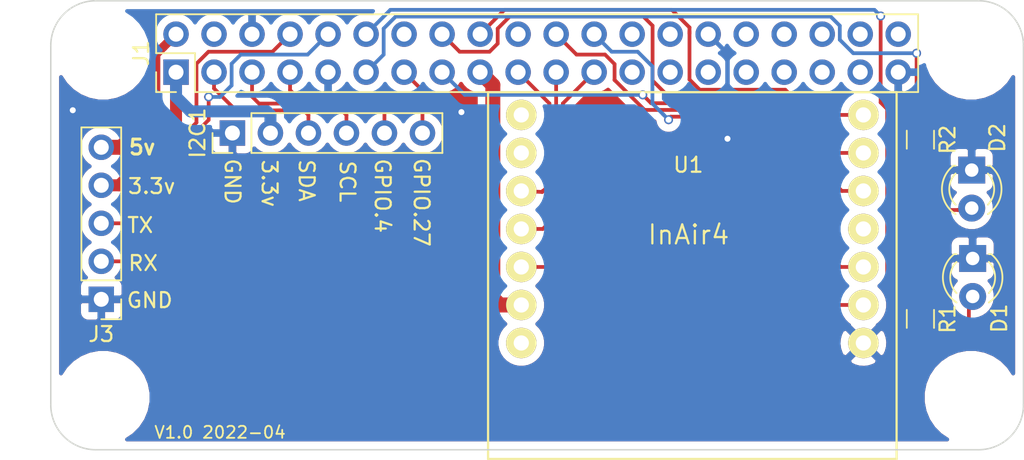
<source format=kicad_pcb>
(kicad_pcb (version 20171130) (host pcbnew 5.1.5+dfsg1-2build2)

  (general
    (thickness 1.6)
    (drawings 20)
    (tracks 186)
    (zones 0)
    (modules 12)
    (nets 42)
  )

  (page A4)
  (layers
    (0 F.Cu signal)
    (31 B.Cu signal)
    (34 B.Paste user)
    (35 F.Paste user)
    (36 B.SilkS user)
    (37 F.SilkS user)
    (38 B.Mask user)
    (39 F.Mask user)
    (40 Dwgs.User user)
    (41 Cmts.User user)
    (44 Edge.Cuts user)
    (48 B.Fab user)
    (49 F.Fab user)
  )

  (setup
    (last_trace_width 0.25)
    (user_trace_width 0.01)
    (user_trace_width 0.02)
    (user_trace_width 0.05)
    (user_trace_width 0.1)
    (user_trace_width 0.2)
    (trace_clearance 0.2)
    (zone_clearance 0.508)
    (zone_45_only no)
    (trace_min 0.01)
    (via_size 0.6)
    (via_drill 0.4)
    (via_min_size 0.4)
    (via_min_drill 0.3)
    (uvia_size 0.3)
    (uvia_drill 0.1)
    (uvias_allowed no)
    (uvia_min_size 0.2)
    (uvia_min_drill 0.1)
    (edge_width 0.1)
    (segment_width 0.2)
    (pcb_text_width 0.3)
    (pcb_text_size 1.5 1.5)
    (mod_edge_width 0.15)
    (mod_text_size 1 1)
    (mod_text_width 0.15)
    (pad_size 2.75 2.75)
    (pad_drill 2.75)
    (pad_to_mask_clearance 0)
    (aux_axis_origin 0 0)
    (visible_elements 7FFFFFFF)
    (pcbplotparams
      (layerselection 0x01330_80000001)
      (usegerberextensions false)
      (usegerberattributes false)
      (usegerberadvancedattributes false)
      (creategerberjobfile false)
      (excludeedgelayer true)
      (linewidth 0.100000)
      (plotframeref false)
      (viasonmask false)
      (mode 1)
      (useauxorigin false)
      (hpglpennumber 1)
      (hpglpenspeed 20)
      (hpglpendiameter 15.000000)
      (psnegative false)
      (psa4output false)
      (plotreference true)
      (plotvalue true)
      (plotinvisibletext false)
      (padsonsilk false)
      (subtractmaskfromsilk false)
      (outputformat 4)
      (mirror false)
      (drillshape 2)
      (scaleselection 1)
      (outputdirectory "meta/"))
  )

  (net 0 "")
  (net 1 "Net-(J1-Pad34)")
  (net 2 "Net-(J1-Pad36)")
  (net 3 "Net-(J1-Pad40)")
  (net 4 "Net-(J1-Pad38)")
  (net 5 "Net-(J1-Pad20)")
  (net 6 "Net-(J1-Pad32)")
  (net 7 "Net-(J1-Pad28)")
  (net 8 "Net-(J1-Pad26)")
  (net 9 "Net-(J1-Pad10)")
  (net 10 "Net-(J1-Pad12)")
  (net 11 "Net-(J1-Pad14)")
  (net 12 "Net-(J1-Pad8)")
  (net 13 "Net-(J1-Pad2)")
  (net 14 "Net-(J1-Pad37)")
  (net 15 "Net-(J1-Pad33)")
  (net 16 "Net-(J1-Pad35)")
  (net 17 "Net-(J1-Pad27)")
  (net 18 "Net-(J1-Pad25)")
  (net 19 "Net-(J1-Pad29)")
  (net 20 "Net-(J1-Pad31)")
  (net 21 "Net-(J1-Pad11)")
  (net 22 GND)
  (net 23 "Net-(D1-Pad2)")
  (net 24 "Net-(D2-Pad2)")
  (net 25 "Net-(I2C1-Pad3)")
  (net 26 3.3v)
  (net 27 CS)
  (net 28 SCK)
  (net 29 D3)
  (net 30 MISO)
  (net 31 MOSI)
  (net 32 D2)
  (net 33 D1)
  (net 34 D0)
  (net 35 "Net-(U1-Pad4)")
  (net 36 "Net-(U1-Pad8)")
  (net 37 "Net-(I2C1-Pad4)")
  (net 38 "Net-(I2C1-Pad5)")
  (net 39 "Net-(I2C1-Pad6)")
  (net 40 3.3v-2)
  (net 41 "Net-(J1-Pad4)")

  (net_class Default "This is the default net class."
    (clearance 0.2)
    (trace_width 0.25)
    (via_dia 0.6)
    (via_drill 0.4)
    (uvia_dia 0.3)
    (uvia_drill 0.1)
    (add_net 3.3v)
    (add_net 3.3v-2)
    (add_net CS)
    (add_net D0)
    (add_net D1)
    (add_net D2)
    (add_net D3)
    (add_net GND)
    (add_net MISO)
    (add_net MOSI)
    (add_net "Net-(D1-Pad2)")
    (add_net "Net-(D2-Pad2)")
    (add_net "Net-(I2C1-Pad3)")
    (add_net "Net-(I2C1-Pad4)")
    (add_net "Net-(I2C1-Pad5)")
    (add_net "Net-(I2C1-Pad6)")
    (add_net "Net-(J1-Pad10)")
    (add_net "Net-(J1-Pad11)")
    (add_net "Net-(J1-Pad12)")
    (add_net "Net-(J1-Pad14)")
    (add_net "Net-(J1-Pad2)")
    (add_net "Net-(J1-Pad20)")
    (add_net "Net-(J1-Pad25)")
    (add_net "Net-(J1-Pad26)")
    (add_net "Net-(J1-Pad27)")
    (add_net "Net-(J1-Pad28)")
    (add_net "Net-(J1-Pad29)")
    (add_net "Net-(J1-Pad31)")
    (add_net "Net-(J1-Pad32)")
    (add_net "Net-(J1-Pad33)")
    (add_net "Net-(J1-Pad34)")
    (add_net "Net-(J1-Pad35)")
    (add_net "Net-(J1-Pad36)")
    (add_net "Net-(J1-Pad37)")
    (add_net "Net-(J1-Pad38)")
    (add_net "Net-(J1-Pad4)")
    (add_net "Net-(J1-Pad40)")
    (add_net "Net-(J1-Pad8)")
    (add_net "Net-(U1-Pad4)")
    (add_net "Net-(U1-Pad8)")
    (add_net SCK)
  )

  (module xpdr:InAir9B (layer F.Cu) (tedit 5CAFED0B) (tstamp 62610F65)
    (at 55.372 30.607 180)
    (path /5CA979A1)
    (fp_text reference U1 (at 0.27 -4.86) (layer F.SilkS)
      (effects (font (size 1 1) (thickness 0.15)))
    )
    (fp_text value InAir9B (at 0.21 -7.21) (layer F.Fab)
      (effects (font (size 1 1) (thickness 0.15)))
    )
    (fp_line (start -13.65 0) (end 13.65 0) (layer F.SilkS) (width 0.15))
    (fp_line (start 13.65 0) (end 13.65 -24.51) (layer F.SilkS) (width 0.15))
    (fp_line (start 13.65 -24.51) (end -13.65 -24.51) (layer F.SilkS) (width 0.15))
    (fp_line (start -13.65 -24.51) (end -13.65 0) (layer F.SilkS) (width 0.15))
    (fp_text user InAir4 (at 0.254 -9.525) (layer F.SilkS)
      (effects (font (size 1.27 1.27) (thickness 0.15)))
    )
    (pad 1 thru_hole circle (at -11.43 -16.76 180) (size 2.032 2.032) (drill 1.016) (layers *.Cu *.Mask F.SilkS)
      (net 22 GND))
    (pad 2 thru_hole circle (at -11.43 -14.22 180) (size 2.032 2.032) (drill 1.016) (layers *.Cu *.Mask F.SilkS)
      (net 27 CS))
    (pad 3 thru_hole circle (at -11.43 -11.68 180) (size 2.032 2.032) (drill 1.016) (layers *.Cu *.Mask F.SilkS)
      (net 29 D3))
    (pad 4 thru_hole circle (at -11.43 -9.14 180) (size 2.032 2.032) (drill 1.016) (layers *.Cu *.Mask F.SilkS)
      (net 35 "Net-(U1-Pad4)"))
    (pad 5 thru_hole circle (at -11.43 -6.6 180) (size 2.032 2.032) (drill 1.016) (layers *.Cu *.Mask F.SilkS)
      (net 34 D0))
    (pad 6 thru_hole circle (at -11.43 -4.06 180) (size 2.032 2.032) (drill 1.016) (layers *.Cu *.Mask F.SilkS)
      (net 33 D1))
    (pad 7 thru_hole circle (at -11.43 -1.52 180) (size 2.032 2.032) (drill 1.016) (layers *.Cu *.Mask F.SilkS)
      (net 32 D2))
    (pad 14 thru_hole circle (at 11.43 -16.76 180) (size 2.032 2.032) (drill 1.016) (layers *.Cu *.Mask F.SilkS))
    (pad 13 thru_hole circle (at 11.43 -14.22 180) (size 2.032 2.032) (drill 1.016) (layers *.Cu *.Mask F.SilkS)
      (net 40 3.3v-2))
    (pad 12 thru_hole circle (at 11.43 -11.68 180) (size 2.032 2.032) (drill 1.016) (layers *.Cu *.Mask F.SilkS)
      (net 28 SCK))
    (pad 11 thru_hole circle (at 11.43 -9.14 180) (size 2.032 2.032) (drill 1.016) (layers *.Cu *.Mask F.SilkS)
      (net 30 MISO))
    (pad 10 thru_hole circle (at 11.43 -6.6 180) (size 2.032 2.032) (drill 1.016) (layers *.Cu *.Mask F.SilkS)
      (net 31 MOSI))
    (pad 9 thru_hole circle (at 11.43 -4.06 180) (size 2.032 2.032) (drill 1.016) (layers *.Cu *.Mask F.SilkS))
    (pad 8 thru_hole circle (at 11.43 -1.52 180) (size 2.032 2.032) (drill 1.016) (layers *.Cu *.Mask F.SilkS)
      (net 36 "Net-(U1-Pad8)"))
  )

  (module Connector_PinHeader_2.54mm:PinHeader_2x20_P2.54mm_Vertical (layer F.Cu) (tedit 59FED5CC) (tstamp 5B55D6D3)
    (at 20.87 29.27 90)
    (descr "Through hole straight pin header, 2x20, 2.54mm pitch, double rows")
    (tags "Through hole pin header THT 2x20 2.54mm double row")
    (path /5516AE26)
    (fp_text reference J1 (at 1.27 -2.33 90) (layer F.SilkS)
      (effects (font (size 1 1) (thickness 0.15)))
    )
    (fp_text value RPi_GPIO (at 1.27 50.59 90) (layer F.Fab)
      (effects (font (size 1 1) (thickness 0.15)))
    )
    (fp_text user %R (at 1.27 24.13 180) (layer F.Fab)
      (effects (font (size 1 1) (thickness 0.15)))
    )
    (fp_line (start 4.35 -1.8) (end -1.8 -1.8) (layer F.CrtYd) (width 0.05))
    (fp_line (start 4.35 50.05) (end 4.35 -1.8) (layer F.CrtYd) (width 0.05))
    (fp_line (start -1.8 50.05) (end 4.35 50.05) (layer F.CrtYd) (width 0.05))
    (fp_line (start -1.8 -1.8) (end -1.8 50.05) (layer F.CrtYd) (width 0.05))
    (fp_line (start -1.33 -1.33) (end 0 -1.33) (layer F.SilkS) (width 0.12))
    (fp_line (start -1.33 0) (end -1.33 -1.33) (layer F.SilkS) (width 0.12))
    (fp_line (start 1.27 -1.33) (end 3.87 -1.33) (layer F.SilkS) (width 0.12))
    (fp_line (start 1.27 1.27) (end 1.27 -1.33) (layer F.SilkS) (width 0.12))
    (fp_line (start -1.33 1.27) (end 1.27 1.27) (layer F.SilkS) (width 0.12))
    (fp_line (start 3.87 -1.33) (end 3.87 49.59) (layer F.SilkS) (width 0.12))
    (fp_line (start -1.33 1.27) (end -1.33 49.59) (layer F.SilkS) (width 0.12))
    (fp_line (start -1.33 49.59) (end 3.87 49.59) (layer F.SilkS) (width 0.12))
    (fp_line (start -1.27 0) (end 0 -1.27) (layer F.Fab) (width 0.1))
    (fp_line (start -1.27 49.53) (end -1.27 0) (layer F.Fab) (width 0.1))
    (fp_line (start 3.81 49.53) (end -1.27 49.53) (layer F.Fab) (width 0.1))
    (fp_line (start 3.81 -1.27) (end 3.81 49.53) (layer F.Fab) (width 0.1))
    (fp_line (start 0 -1.27) (end 3.81 -1.27) (layer F.Fab) (width 0.1))
    (pad 40 thru_hole oval (at 2.54 48.26 90) (size 1.7 1.7) (drill 1) (layers *.Cu *.Mask)
      (net 3 "Net-(J1-Pad40)"))
    (pad 39 thru_hole oval (at 0 48.26 90) (size 1.7 1.7) (drill 1) (layers *.Cu *.Mask)
      (net 22 GND))
    (pad 38 thru_hole oval (at 2.54 45.72 90) (size 1.7 1.7) (drill 1) (layers *.Cu *.Mask)
      (net 4 "Net-(J1-Pad38)"))
    (pad 37 thru_hole oval (at 0 45.72 90) (size 1.7 1.7) (drill 1) (layers *.Cu *.Mask)
      (net 14 "Net-(J1-Pad37)"))
    (pad 36 thru_hole oval (at 2.54 43.18 90) (size 1.7 1.7) (drill 1) (layers *.Cu *.Mask)
      (net 2 "Net-(J1-Pad36)"))
    (pad 35 thru_hole oval (at 0 43.18 90) (size 1.7 1.7) (drill 1) (layers *.Cu *.Mask)
      (net 16 "Net-(J1-Pad35)"))
    (pad 34 thru_hole oval (at 2.54 40.64 90) (size 1.7 1.7) (drill 1) (layers *.Cu *.Mask)
      (net 1 "Net-(J1-Pad34)"))
    (pad 33 thru_hole oval (at 0 40.64 90) (size 1.7 1.7) (drill 1) (layers *.Cu *.Mask)
      (net 15 "Net-(J1-Pad33)"))
    (pad 32 thru_hole oval (at 2.54 38.1 90) (size 1.7 1.7) (drill 1) (layers *.Cu *.Mask)
      (net 6 "Net-(J1-Pad32)"))
    (pad 31 thru_hole oval (at 0 38.1 90) (size 1.7 1.7) (drill 1) (layers *.Cu *.Mask)
      (net 20 "Net-(J1-Pad31)"))
    (pad 30 thru_hole oval (at 2.54 35.56 90) (size 1.7 1.7) (drill 1) (layers *.Cu *.Mask)
      (net 22 GND))
    (pad 29 thru_hole oval (at 0 35.56 90) (size 1.7 1.7) (drill 1) (layers *.Cu *.Mask)
      (net 19 "Net-(J1-Pad29)"))
    (pad 28 thru_hole oval (at 2.54 33.02 90) (size 1.7 1.7) (drill 1) (layers *.Cu *.Mask)
      (net 7 "Net-(J1-Pad28)"))
    (pad 27 thru_hole oval (at 0 33.02 90) (size 1.7 1.7) (drill 1) (layers *.Cu *.Mask)
      (net 17 "Net-(J1-Pad27)"))
    (pad 26 thru_hole oval (at 2.54 30.48 90) (size 1.7 1.7) (drill 1) (layers *.Cu *.Mask)
      (net 8 "Net-(J1-Pad26)"))
    (pad 25 thru_hole oval (at 0 30.48 90) (size 1.7 1.7) (drill 1) (layers *.Cu *.Mask)
      (net 18 "Net-(J1-Pad25)"))
    (pad 24 thru_hole oval (at 2.54 27.94 90) (size 1.7 1.7) (drill 1) (layers *.Cu *.Mask)
      (net 27 CS))
    (pad 23 thru_hole oval (at 0 27.94 90) (size 1.7 1.7) (drill 1) (layers *.Cu *.Mask)
      (net 28 SCK))
    (pad 22 thru_hole oval (at 2.54 25.4 90) (size 1.7 1.7) (drill 1) (layers *.Cu *.Mask)
      (net 29 D3))
    (pad 21 thru_hole oval (at 0 25.4 90) (size 1.7 1.7) (drill 1) (layers *.Cu *.Mask)
      (net 30 MISO))
    (pad 20 thru_hole oval (at 2.54 22.86 90) (size 1.7 1.7) (drill 1) (layers *.Cu *.Mask)
      (net 5 "Net-(J1-Pad20)"))
    (pad 19 thru_hole oval (at 0 22.86 90) (size 1.7 1.7) (drill 1) (layers *.Cu *.Mask)
      (net 31 MOSI))
    (pad 18 thru_hole oval (at 2.54 20.32 90) (size 1.7 1.7) (drill 1) (layers *.Cu *.Mask)
      (net 32 D2))
    (pad 17 thru_hole oval (at 0 20.32 90) (size 1.7 1.7) (drill 1) (layers *.Cu *.Mask)
      (net 40 3.3v-2))
    (pad 16 thru_hole oval (at 2.54 17.78 90) (size 1.7 1.7) (drill 1) (layers *.Cu *.Mask)
      (net 33 D1))
    (pad 15 thru_hole oval (at 0 17.78 90) (size 1.7 1.7) (drill 1) (layers *.Cu *.Mask)
      (net 34 D0))
    (pad 14 thru_hole oval (at 2.54 15.24 90) (size 1.7 1.7) (drill 1) (layers *.Cu *.Mask)
      (net 11 "Net-(J1-Pad14)"))
    (pad 13 thru_hole oval (at 0 15.24 90) (size 1.7 1.7) (drill 1) (layers *.Cu *.Mask)
      (net 39 "Net-(I2C1-Pad6)"))
    (pad 12 thru_hole oval (at 2.54 12.7 90) (size 1.7 1.7) (drill 1) (layers *.Cu *.Mask)
      (net 10 "Net-(J1-Pad12)"))
    (pad 11 thru_hole oval (at 0 12.7 90) (size 1.7 1.7) (drill 1) (layers *.Cu *.Mask)
      (net 21 "Net-(J1-Pad11)"))
    (pad 10 thru_hole oval (at 2.54 10.16 90) (size 1.7 1.7) (drill 1) (layers *.Cu *.Mask)
      (net 9 "Net-(J1-Pad10)"))
    (pad 9 thru_hole oval (at 0 10.16 90) (size 1.7 1.7) (drill 1) (layers *.Cu *.Mask)
      (net 22 GND))
    (pad 8 thru_hole oval (at 2.54 7.62 90) (size 1.7 1.7) (drill 1) (layers *.Cu *.Mask)
      (net 12 "Net-(J1-Pad8)"))
    (pad 7 thru_hole oval (at 0 7.62 90) (size 1.7 1.7) (drill 1) (layers *.Cu *.Mask)
      (net 38 "Net-(I2C1-Pad5)"))
    (pad 6 thru_hole oval (at 2.54 5.08 90) (size 1.7 1.7) (drill 1) (layers *.Cu *.Mask)
      (net 22 GND))
    (pad 5 thru_hole oval (at 0 5.08 90) (size 1.7 1.7) (drill 1) (layers *.Cu *.Mask)
      (net 37 "Net-(I2C1-Pad4)"))
    (pad 4 thru_hole oval (at 2.54 2.54 90) (size 1.7 1.7) (drill 1) (layers *.Cu *.Mask)
      (net 41 "Net-(J1-Pad4)"))
    (pad 3 thru_hole oval (at 0 2.54 90) (size 1.7 1.7) (drill 1) (layers *.Cu *.Mask)
      (net 25 "Net-(I2C1-Pad3)"))
    (pad 2 thru_hole oval (at 2.54 0 90) (size 1.7 1.7) (drill 1) (layers *.Cu *.Mask)
      (net 13 "Net-(J1-Pad2)"))
    (pad 1 thru_hole rect (at 0 0 90) (size 1.7 1.7) (drill 1) (layers *.Cu *.Mask)
      (net 26 3.3v))
    (model ${KISYS3DMOD}/Connector_PinHeader_2.54mm.3dshapes/PinHeader_2x20_P2.54mm_Vertical.wrl
      (at (xyz 0 0 0))
      (scale (xyz 1 1 1))
      (rotate (xyz 0 0 0))
    )
  )

  (module RPi_Hat:RPi_Hat_Mounting_Hole locked (layer F.Cu) (tedit 55217CCB) (tstamp 58B743A7)
    (at 16 51)
    (descr "Mounting hole, Befestigungsbohrung, 2,7mm, No Annular, Kein Restring,")
    (tags "Mounting hole, Befestigungsbohrung, 2,7mm, No Annular, Kein Restring,")
    (fp_text reference "" (at 0 -4.0005) (layer F.SilkS) hide
      (effects (font (size 1 1) (thickness 0.15)))
    )
    (fp_text value "" (at 0.09906 3.59918) (layer F.Fab) hide
      (effects (font (size 1 1) (thickness 0.15)))
    )
    (fp_circle (center 0 0) (end 1.375 0) (layer F.Fab) (width 0.15))
    (fp_circle (center 0 0) (end 3.1 0) (layer F.Fab) (width 0.15))
    (fp_circle (center 0 0) (end 3.1 0) (layer B.Fab) (width 0.15))
    (fp_circle (center 0 0) (end 1.375 0) (layer B.Fab) (width 0.15))
    (fp_circle (center 0 0) (end 3.1 0) (layer F.CrtYd) (width 0.15))
    (fp_circle (center 0 0) (end 3.1 0) (layer B.CrtYd) (width 0.15))
    (pad "" np_thru_hole circle (at 0 0) (size 2.75 2.75) (drill 2.75) (layers *.Cu *.Mask)
      (solder_mask_margin 1.725) (clearance 1.725))
  )

  (module RPi_Hat:RPi_Hat_Mounting_Hole locked (layer F.Cu) (tedit 55217C7B) (tstamp 5515DEA9)
    (at 74 28)
    (descr "Mounting hole, Befestigungsbohrung, 2,7mm, No Annular, Kein Restring,")
    (tags "Mounting hole, Befestigungsbohrung, 2,7mm, No Annular, Kein Restring,")
    (fp_text reference "" (at 0 -4.0005) (layer F.SilkS) hide
      (effects (font (size 1 1) (thickness 0.15)))
    )
    (fp_text value "" (at 0.09906 3.59918) (layer F.Fab) hide
      (effects (font (size 1 1) (thickness 0.15)))
    )
    (fp_circle (center 0 0) (end 1.375 0) (layer F.Fab) (width 0.15))
    (fp_circle (center 0 0) (end 3.1 0) (layer F.Fab) (width 0.15))
    (fp_circle (center 0 0) (end 3.1 0) (layer B.Fab) (width 0.15))
    (fp_circle (center 0 0) (end 1.375 0) (layer B.Fab) (width 0.15))
    (fp_circle (center 0 0) (end 3.1 0) (layer F.CrtYd) (width 0.15))
    (fp_circle (center 0 0) (end 3.1 0) (layer B.CrtYd) (width 0.15))
    (pad "" np_thru_hole circle (at 0 0) (size 2.75 2.75) (drill 2.75) (layers *.Cu *.Mask)
      (solder_mask_margin 1.725) (clearance 1.725))
  )

  (module RPi_Hat:RPi_Hat_Mounting_Hole locked (layer F.Cu) (tedit 55217CCB) (tstamp 55169DC9)
    (at 74 51)
    (descr "Mounting hole, Befestigungsbohrung, 2,7mm, No Annular, Kein Restring,")
    (tags "Mounting hole, Befestigungsbohrung, 2,7mm, No Annular, Kein Restring,")
    (fp_text reference "" (at 0 -4.0005) (layer F.SilkS) hide
      (effects (font (size 1 1) (thickness 0.15)))
    )
    (fp_text value "" (at 0.09906 3.59918) (layer F.Fab) hide
      (effects (font (size 1 1) (thickness 0.15)))
    )
    (fp_circle (center 0 0) (end 1.375 0) (layer F.Fab) (width 0.15))
    (fp_circle (center 0 0) (end 3.1 0) (layer F.Fab) (width 0.15))
    (fp_circle (center 0 0) (end 3.1 0) (layer B.Fab) (width 0.15))
    (fp_circle (center 0 0) (end 1.375 0) (layer B.Fab) (width 0.15))
    (fp_circle (center 0 0) (end 3.1 0) (layer F.CrtYd) (width 0.15))
    (fp_circle (center 0 0) (end 3.1 0) (layer B.CrtYd) (width 0.15))
    (pad "" np_thru_hole circle (at 0 0) (size 2.75 2.75) (drill 2.75) (layers *.Cu *.Mask)
      (solder_mask_margin 1.725) (clearance 1.725))
  )

  (module RPi_Hat:RPi_Hat_Mounting_Hole locked (layer F.Cu) (tedit 55217CA2) (tstamp 5515DEBF)
    (at 16 28)
    (descr "Mounting hole, Befestigungsbohrung, 2,7mm, No Annular, Kein Restring,")
    (tags "Mounting hole, Befestigungsbohrung, 2,7mm, No Annular, Kein Restring,")
    (fp_text reference "" (at 0 -4.0005) (layer F.SilkS) hide
      (effects (font (size 1 1) (thickness 0.15)))
    )
    (fp_text value "" (at 0.09906 3.59918) (layer F.Fab) hide
      (effects (font (size 1 1) (thickness 0.15)))
    )
    (fp_circle (center 0 0) (end 1.375 0) (layer F.Fab) (width 0.15))
    (fp_circle (center 0 0) (end 3.1 0) (layer F.Fab) (width 0.15))
    (fp_circle (center 0 0) (end 3.1 0) (layer B.Fab) (width 0.15))
    (fp_circle (center 0 0) (end 1.375 0) (layer B.Fab) (width 0.15))
    (fp_circle (center 0 0) (end 3.1 0) (layer F.CrtYd) (width 0.15))
    (fp_circle (center 0 0) (end 3.1 0) (layer B.CrtYd) (width 0.15))
    (pad "" np_thru_hole circle (at 0 0) (size 2.75 2.75) (drill 2.75) (layers *.Cu *.Mask)
      (solder_mask_margin 1.725) (clearance 1.725))
  )

  (module LED_THT:LED_D3.0mm (layer F.Cu) (tedit 587A3A7B) (tstamp 62610D0E)
    (at 74.1045 41.7195 270)
    (descr "LED, diameter 3.0mm, 2 pins")
    (tags "LED diameter 3.0mm 2 pins")
    (path /5CB939AF)
    (fp_text reference D1 (at 4.0005 -1.778 90) (layer F.SilkS)
      (effects (font (size 1 1) (thickness 0.15)))
    )
    (fp_text value LED (at 1.27 2.96 90) (layer F.Fab)
      (effects (font (size 1 1) (thickness 0.15)))
    )
    (fp_arc (start 1.27 0) (end -0.23 -1.16619) (angle 284.3) (layer F.Fab) (width 0.1))
    (fp_arc (start 1.27 0) (end -0.29 -1.235516) (angle 108.8) (layer F.SilkS) (width 0.12))
    (fp_arc (start 1.27 0) (end -0.29 1.235516) (angle -108.8) (layer F.SilkS) (width 0.12))
    (fp_arc (start 1.27 0) (end 0.229039 -1.08) (angle 87.9) (layer F.SilkS) (width 0.12))
    (fp_arc (start 1.27 0) (end 0.229039 1.08) (angle -87.9) (layer F.SilkS) (width 0.12))
    (fp_circle (center 1.27 0) (end 2.77 0) (layer F.Fab) (width 0.1))
    (fp_line (start -0.23 -1.16619) (end -0.23 1.16619) (layer F.Fab) (width 0.1))
    (fp_line (start -0.29 -1.236) (end -0.29 -1.08) (layer F.SilkS) (width 0.12))
    (fp_line (start -0.29 1.08) (end -0.29 1.236) (layer F.SilkS) (width 0.12))
    (fp_line (start -1.15 -2.25) (end -1.15 2.25) (layer F.CrtYd) (width 0.05))
    (fp_line (start -1.15 2.25) (end 3.7 2.25) (layer F.CrtYd) (width 0.05))
    (fp_line (start 3.7 2.25) (end 3.7 -2.25) (layer F.CrtYd) (width 0.05))
    (fp_line (start 3.7 -2.25) (end -1.15 -2.25) (layer F.CrtYd) (width 0.05))
    (pad 1 thru_hole rect (at 0 0 270) (size 1.8 1.8) (drill 0.9) (layers *.Cu *.Mask)
      (net 22 GND))
    (pad 2 thru_hole circle (at 2.54 0 270) (size 1.8 1.8) (drill 0.9) (layers *.Cu *.Mask)
      (net 23 "Net-(D1-Pad2)"))
    (model ${KISYS3DMOD}/LED_THT.3dshapes/LED_D3.0mm.wrl
      (at (xyz 0 0 0))
      (scale (xyz 1 1 1))
      (rotate (xyz 0 0 0))
    )
  )

  (module LED_THT:LED_D3.0mm (layer F.Cu) (tedit 587A3A7B) (tstamp 62610D21)
    (at 74.041 35.814 270)
    (descr "LED, diameter 3.0mm, 2 pins")
    (tags "LED diameter 3.0mm 2 pins")
    (path /5CC08F98)
    (fp_text reference D2 (at -2.159 -1.7145 90) (layer F.SilkS)
      (effects (font (size 1 1) (thickness 0.15)))
    )
    (fp_text value LED (at 1.27 2.96 90) (layer F.Fab)
      (effects (font (size 1 1) (thickness 0.15)))
    )
    (fp_line (start 3.7 -2.25) (end -1.15 -2.25) (layer F.CrtYd) (width 0.05))
    (fp_line (start 3.7 2.25) (end 3.7 -2.25) (layer F.CrtYd) (width 0.05))
    (fp_line (start -1.15 2.25) (end 3.7 2.25) (layer F.CrtYd) (width 0.05))
    (fp_line (start -1.15 -2.25) (end -1.15 2.25) (layer F.CrtYd) (width 0.05))
    (fp_line (start -0.29 1.08) (end -0.29 1.236) (layer F.SilkS) (width 0.12))
    (fp_line (start -0.29 -1.236) (end -0.29 -1.08) (layer F.SilkS) (width 0.12))
    (fp_line (start -0.23 -1.16619) (end -0.23 1.16619) (layer F.Fab) (width 0.1))
    (fp_circle (center 1.27 0) (end 2.77 0) (layer F.Fab) (width 0.1))
    (fp_arc (start 1.27 0) (end 0.229039 1.08) (angle -87.9) (layer F.SilkS) (width 0.12))
    (fp_arc (start 1.27 0) (end 0.229039 -1.08) (angle 87.9) (layer F.SilkS) (width 0.12))
    (fp_arc (start 1.27 0) (end -0.29 1.235516) (angle -108.8) (layer F.SilkS) (width 0.12))
    (fp_arc (start 1.27 0) (end -0.29 -1.235516) (angle 108.8) (layer F.SilkS) (width 0.12))
    (fp_arc (start 1.27 0) (end -0.23 -1.16619) (angle 284.3) (layer F.Fab) (width 0.1))
    (pad 2 thru_hole circle (at 2.54 0 270) (size 1.8 1.8) (drill 0.9) (layers *.Cu *.Mask)
      (net 24 "Net-(D2-Pad2)"))
    (pad 1 thru_hole rect (at 0 0 270) (size 1.8 1.8) (drill 0.9) (layers *.Cu *.Mask)
      (net 22 GND))
    (model ${KISYS3DMOD}/LED_THT.3dshapes/LED_D3.0mm.wrl
      (at (xyz 0 0 0))
      (scale (xyz 1 1 1))
      (rotate (xyz 0 0 0))
    )
  )

  (module Resistor_SMD:R_1206_3216Metric_Pad1.42x1.75mm_HandSolder (layer F.Cu) (tedit 5B301BBD) (tstamp 62610D78)
    (at 70.612 45.7565 270)
    (descr "Resistor SMD 1206 (3216 Metric), square (rectangular) end terminal, IPC_7351 nominal with elongated pad for handsoldering. (Body size source: http://www.tortai-tech.com/upload/download/2011102023233369053.pdf), generated with kicad-footprint-generator")
    (tags "resistor handsolder")
    (path /5CB93BF3)
    (attr smd)
    (fp_text reference R1 (at 0 -1.82 90) (layer F.SilkS)
      (effects (font (size 1 1) (thickness 0.15)))
    )
    (fp_text value R (at 0 1.82 90) (layer F.Fab)
      (effects (font (size 1 1) (thickness 0.15)))
    )
    (fp_line (start -1.6 0.8) (end -1.6 -0.8) (layer F.Fab) (width 0.1))
    (fp_line (start -1.6 -0.8) (end 1.6 -0.8) (layer F.Fab) (width 0.1))
    (fp_line (start 1.6 -0.8) (end 1.6 0.8) (layer F.Fab) (width 0.1))
    (fp_line (start 1.6 0.8) (end -1.6 0.8) (layer F.Fab) (width 0.1))
    (fp_line (start -0.602064 -0.91) (end 0.602064 -0.91) (layer F.SilkS) (width 0.12))
    (fp_line (start -0.602064 0.91) (end 0.602064 0.91) (layer F.SilkS) (width 0.12))
    (fp_line (start -2.45 1.12) (end -2.45 -1.12) (layer F.CrtYd) (width 0.05))
    (fp_line (start -2.45 -1.12) (end 2.45 -1.12) (layer F.CrtYd) (width 0.05))
    (fp_line (start 2.45 -1.12) (end 2.45 1.12) (layer F.CrtYd) (width 0.05))
    (fp_line (start 2.45 1.12) (end -2.45 1.12) (layer F.CrtYd) (width 0.05))
    (fp_text user %R (at 0 0 90) (layer F.Fab)
      (effects (font (size 0.8 0.8) (thickness 0.12)))
    )
    (pad 1 smd roundrect (at -1.4875 0 270) (size 1.425 1.75) (layers F.Cu F.Paste F.Mask) (roundrect_rratio 0.175439)
      (net 10 "Net-(J1-Pad12)"))
    (pad 2 smd roundrect (at 1.4875 0 270) (size 1.425 1.75) (layers F.Cu F.Paste F.Mask) (roundrect_rratio 0.175439)
      (net 23 "Net-(D1-Pad2)"))
    (model ${KISYS3DMOD}/Resistor_SMD.3dshapes/R_1206_3216Metric.wrl
      (at (xyz 0 0 0))
      (scale (xyz 1 1 1))
      (rotate (xyz 0 0 0))
    )
  )

  (module Resistor_SMD:R_1206_3216Metric_Pad1.42x1.75mm_HandSolder (layer F.Cu) (tedit 5B301BBD) (tstamp 62610D89)
    (at 70.612 33.782 270)
    (descr "Resistor SMD 1206 (3216 Metric), square (rectangular) end terminal, IPC_7351 nominal with elongated pad for handsoldering. (Body size source: http://www.tortai-tech.com/upload/download/2011102023233369053.pdf), generated with kicad-footprint-generator")
    (tags "resistor handsolder")
    (path /5CC08F9F)
    (attr smd)
    (fp_text reference R2 (at 0 -1.82 90) (layer F.SilkS)
      (effects (font (size 1 1) (thickness 0.15)))
    )
    (fp_text value R (at 0 1.82 90) (layer F.Fab)
      (effects (font (size 1 1) (thickness 0.15)))
    )
    (fp_text user %R (at 0 0 90) (layer F.Fab)
      (effects (font (size 0.8 0.8) (thickness 0.12)))
    )
    (fp_line (start 2.45 1.12) (end -2.45 1.12) (layer F.CrtYd) (width 0.05))
    (fp_line (start 2.45 -1.12) (end 2.45 1.12) (layer F.CrtYd) (width 0.05))
    (fp_line (start -2.45 -1.12) (end 2.45 -1.12) (layer F.CrtYd) (width 0.05))
    (fp_line (start -2.45 1.12) (end -2.45 -1.12) (layer F.CrtYd) (width 0.05))
    (fp_line (start -0.602064 0.91) (end 0.602064 0.91) (layer F.SilkS) (width 0.12))
    (fp_line (start -0.602064 -0.91) (end 0.602064 -0.91) (layer F.SilkS) (width 0.12))
    (fp_line (start 1.6 0.8) (end -1.6 0.8) (layer F.Fab) (width 0.1))
    (fp_line (start 1.6 -0.8) (end 1.6 0.8) (layer F.Fab) (width 0.1))
    (fp_line (start -1.6 -0.8) (end 1.6 -0.8) (layer F.Fab) (width 0.1))
    (fp_line (start -1.6 0.8) (end -1.6 -0.8) (layer F.Fab) (width 0.1))
    (pad 2 smd roundrect (at 1.4875 0 270) (size 1.425 1.75) (layers F.Cu F.Paste F.Mask) (roundrect_rratio 0.175439)
      (net 24 "Net-(D2-Pad2)"))
    (pad 1 smd roundrect (at -1.4875 0 270) (size 1.425 1.75) (layers F.Cu F.Paste F.Mask) (roundrect_rratio 0.175439)
      (net 21 "Net-(J1-Pad11)"))
    (model ${KISYS3DMOD}/Resistor_SMD.3dshapes/R_1206_3216Metric.wrl
      (at (xyz 0 0 0))
      (scale (xyz 1 1 1))
      (rotate (xyz 0 0 0))
    )
  )

  (module Connector_PinHeader_2.54mm:PinHeader_1x06_P2.54mm_Vertical (layer F.Cu) (tedit 59FED5CC) (tstamp 62612A11)
    (at 24.638 33.3375 90)
    (descr "Through hole straight pin header, 1x06, 2.54mm pitch, single row")
    (tags "Through hole pin header THT 1x06 2.54mm single row")
    (path /61E36A2F)
    (fp_text reference I2C1 (at 0 -2.33 90) (layer F.SilkS)
      (effects (font (size 1 1) (thickness 0.15)))
    )
    (fp_text value Conn_01x04_Male (at 0 15.03 90) (layer F.Fab)
      (effects (font (size 1 1) (thickness 0.15)))
    )
    (fp_line (start -0.635 -1.27) (end 1.27 -1.27) (layer F.Fab) (width 0.1))
    (fp_line (start 1.27 -1.27) (end 1.27 13.97) (layer F.Fab) (width 0.1))
    (fp_line (start 1.27 13.97) (end -1.27 13.97) (layer F.Fab) (width 0.1))
    (fp_line (start -1.27 13.97) (end -1.27 -0.635) (layer F.Fab) (width 0.1))
    (fp_line (start -1.27 -0.635) (end -0.635 -1.27) (layer F.Fab) (width 0.1))
    (fp_line (start -1.33 14.03) (end 1.33 14.03) (layer F.SilkS) (width 0.12))
    (fp_line (start -1.33 1.27) (end -1.33 14.03) (layer F.SilkS) (width 0.12))
    (fp_line (start 1.33 1.27) (end 1.33 14.03) (layer F.SilkS) (width 0.12))
    (fp_line (start -1.33 1.27) (end 1.33 1.27) (layer F.SilkS) (width 0.12))
    (fp_line (start -1.33 0) (end -1.33 -1.33) (layer F.SilkS) (width 0.12))
    (fp_line (start -1.33 -1.33) (end 0 -1.33) (layer F.SilkS) (width 0.12))
    (fp_line (start -1.8 -1.8) (end -1.8 14.5) (layer F.CrtYd) (width 0.05))
    (fp_line (start -1.8 14.5) (end 1.8 14.5) (layer F.CrtYd) (width 0.05))
    (fp_line (start 1.8 14.5) (end 1.8 -1.8) (layer F.CrtYd) (width 0.05))
    (fp_line (start 1.8 -1.8) (end -1.8 -1.8) (layer F.CrtYd) (width 0.05))
    (fp_text user %R (at 0 6.35) (layer F.Fab)
      (effects (font (size 1 1) (thickness 0.15)))
    )
    (pad 1 thru_hole rect (at 0 0 90) (size 1.7 1.7) (drill 1) (layers *.Cu *.Mask)
      (net 22 GND))
    (pad 2 thru_hole oval (at 0 2.54 90) (size 1.7 1.7) (drill 1) (layers *.Cu *.Mask)
      (net 26 3.3v))
    (pad 3 thru_hole oval (at 0 5.08 90) (size 1.7 1.7) (drill 1) (layers *.Cu *.Mask)
      (net 25 "Net-(I2C1-Pad3)"))
    (pad 4 thru_hole oval (at 0 7.62 90) (size 1.7 1.7) (drill 1) (layers *.Cu *.Mask)
      (net 37 "Net-(I2C1-Pad4)"))
    (pad 5 thru_hole oval (at 0 10.16 90) (size 1.7 1.7) (drill 1) (layers *.Cu *.Mask)
      (net 38 "Net-(I2C1-Pad5)"))
    (pad 6 thru_hole oval (at 0 12.7 90) (size 1.7 1.7) (drill 1) (layers *.Cu *.Mask)
      (net 39 "Net-(I2C1-Pad6)"))
    (model ${KISYS3DMOD}/Connector_PinHeader_2.54mm.3dshapes/PinHeader_1x06_P2.54mm_Vertical.wrl
      (at (xyz 0 0 0))
      (scale (xyz 1 1 1))
      (rotate (xyz 0 0 0))
    )
  )

  (module Connector_PinHeader_2.54mm:PinHeader_1x05_P2.54mm_Vertical (layer F.Cu) (tedit 59FED5CC) (tstamp 62618D8E)
    (at 15.875 44.45 180)
    (descr "Through hole straight pin header, 1x05, 2.54mm pitch, single row")
    (tags "Through hole pin header THT 1x05 2.54mm single row")
    (path /61E43B27)
    (fp_text reference J3 (at 0 -2.33) (layer F.SilkS)
      (effects (font (size 1 1) (thickness 0.15)))
    )
    (fp_text value Conn_01x05_Male (at 0 12.49) (layer F.Fab)
      (effects (font (size 1 1) (thickness 0.15)))
    )
    (fp_line (start -0.635 -1.27) (end 1.27 -1.27) (layer F.Fab) (width 0.1))
    (fp_line (start 1.27 -1.27) (end 1.27 11.43) (layer F.Fab) (width 0.1))
    (fp_line (start 1.27 11.43) (end -1.27 11.43) (layer F.Fab) (width 0.1))
    (fp_line (start -1.27 11.43) (end -1.27 -0.635) (layer F.Fab) (width 0.1))
    (fp_line (start -1.27 -0.635) (end -0.635 -1.27) (layer F.Fab) (width 0.1))
    (fp_line (start -1.33 11.49) (end 1.33 11.49) (layer F.SilkS) (width 0.12))
    (fp_line (start -1.33 1.27) (end -1.33 11.49) (layer F.SilkS) (width 0.12))
    (fp_line (start 1.33 1.27) (end 1.33 11.49) (layer F.SilkS) (width 0.12))
    (fp_line (start -1.33 1.27) (end 1.33 1.27) (layer F.SilkS) (width 0.12))
    (fp_line (start -1.33 0) (end -1.33 -1.33) (layer F.SilkS) (width 0.12))
    (fp_line (start -1.33 -1.33) (end 0 -1.33) (layer F.SilkS) (width 0.12))
    (fp_line (start -1.8 -1.8) (end -1.8 11.95) (layer F.CrtYd) (width 0.05))
    (fp_line (start -1.8 11.95) (end 1.8 11.95) (layer F.CrtYd) (width 0.05))
    (fp_line (start 1.8 11.95) (end 1.8 -1.8) (layer F.CrtYd) (width 0.05))
    (fp_line (start 1.8 -1.8) (end -1.8 -1.8) (layer F.CrtYd) (width 0.05))
    (fp_text user %R (at 0 5.08 90) (layer F.Fab)
      (effects (font (size 1 1) (thickness 0.15)))
    )
    (pad 1 thru_hole rect (at 0 0 180) (size 1.7 1.7) (drill 1) (layers *.Cu *.Mask)
      (net 22 GND))
    (pad 2 thru_hole oval (at 0 2.54 180) (size 1.7 1.7) (drill 1) (layers *.Cu *.Mask)
      (net 9 "Net-(J1-Pad10)"))
    (pad 3 thru_hole oval (at 0 5.08 180) (size 1.7 1.7) (drill 1) (layers *.Cu *.Mask)
      (net 12 "Net-(J1-Pad8)"))
    (pad 4 thru_hole oval (at 0 7.62 180) (size 1.7 1.7) (drill 1) (layers *.Cu *.Mask)
      (net 26 3.3v))
    (pad 5 thru_hole oval (at 0 10.16 180) (size 1.7 1.7) (drill 1) (layers *.Cu *.Mask)
      (net 13 "Net-(J1-Pad2)"))
    (model ${KISYS3DMOD}/Connector_PinHeader_2.54mm.3dshapes/PinHeader_1x05_P2.54mm_Vertical.wrl
      (at (xyz 0 0 0))
      (scale (xyz 1 1 1))
      (rotate (xyz 0 0 0))
    )
  )

  (gr_text "V1.0 2022-04" (at 23.8125 53.34) (layer F.SilkS)
    (effects (font (size 0.8 0.8) (thickness 0.12)))
  )
  (gr_text 5v (at 18.6055 34.29) (layer F.SilkS) (tstamp 62612C28)
    (effects (font (size 1 1) (thickness 0.2)))
  )
  (gr_text RX (at 18.669 42.037) (layer F.SilkS) (tstamp 62612C28)
    (effects (font (size 1 1) (thickness 0.15)))
  )
  (gr_text TX (at 18.4785 39.497) (layer F.SilkS) (tstamp 62612C28)
    (effects (font (size 1 1) (thickness 0.15)))
  )
  (gr_text GND (at 19.1135 44.5135) (layer F.SilkS) (tstamp 62612C28)
    (effects (font (size 1 1) (thickness 0.15)))
  )
  (gr_text 3.3v (at 19.2405 36.8935) (layer F.SilkS) (tstamp 62612C28)
    (effects (font (size 1 1) (thickness 0.15)))
  )
  (gr_text GPIO.27 (at 37.2745 37.973 270) (layer F.SilkS) (tstamp 62612C28)
    (effects (font (size 1 1) (thickness 0.15)))
  )
  (gr_text GPIO.4 (at 34.671 37.5285 270) (layer F.SilkS) (tstamp 62612C28)
    (effects (font (size 1 1) (thickness 0.15)))
  )
  (gr_text SCL (at 32.3215 36.576 270) (layer F.SilkS) (tstamp 62612C28)
    (effects (font (size 1 1) (thickness 0.15)))
  )
  (gr_text SDA (at 29.591 36.5125 270) (layer F.SilkS) (tstamp 62612C28)
    (effects (font (size 1 1) (thickness 0.15)))
  )
  (gr_text 3.3v (at 27.1145 36.703 270) (layer F.SilkS)
    (effects (font (size 1 1) (thickness 0.15)))
  )
  (gr_text GND (at 24.638 36.576 270) (layer F.SilkS)
    (effects (font (size 1 1) (thickness 0.15)))
  )
  (gr_arc (start 15.5 27.5) (end 12.5 27.5) (angle 90) (layer Edge.Cuts) (width 0.1) (tstamp 5B55F169))
  (gr_line (start 15.5 24.5) (end 74.5 24.5) (angle 90) (layer Edge.Cuts) (width 0.1) (tstamp 5B55F01C))
  (gr_arc (start 74.5 27.5) (end 74.5 24.5) (angle 90) (layer Edge.Cuts) (width 0.1) (tstamp 5B55EED3))
  (gr_arc (start 74.5 51.5) (end 77.5 51.5) (angle 90) (layer Edge.Cuts) (width 0.1) (tstamp 55157FFB))
  (gr_arc (start 15.5 51.5) (end 15.5 54.5) (angle 90) (layer Edge.Cuts) (width 0.1) (tstamp 55157FCE))
  (gr_line (start 12.5 27.5) (end 12.5 51.5) (layer Edge.Cuts) (width 0.1))
  (gr_line (start 15.5 54.5) (end 74.5 54.5) (angle 90) (layer Edge.Cuts) (width 0.1))
  (gr_line (start 77.5 27.5) (end 77.5 51.5) (angle 90) (layer Edge.Cuts) (width 0.1))

  (segment (start 24.585001 28.705999) (end 24.585001 30.151999) (width 0.25) (layer B.Cu) (net 9))
  (segment (start 25.196001 28.094999) (end 24.585001 28.705999) (width 0.25) (layer B.Cu) (net 9))
  (segment (start 29.665001 28.094999) (end 25.196001 28.094999) (width 0.25) (layer B.Cu) (net 9))
  (segment (start 31.03 26.73) (end 29.665001 28.094999) (width 0.25) (layer B.Cu) (net 9))
  (segment (start 22.86 30.9245) (end 23.0505 30.9245) (width 0.25) (layer F.Cu) (net 9))
  (segment (start 23.0505 30.9245) (end 23.0505 30.9245) (width 0.25) (layer F.Cu) (net 9) (tstamp 62611260))
  (via (at 23.0505 30.9245) (size 0.6) (drill 0.4) (layers F.Cu B.Cu) (net 9))
  (segment (start 23.8125 30.9245) (end 23.0505 30.9245) (width 0.25) (layer B.Cu) (net 9))
  (segment (start 24.585001 30.151999) (end 23.8125 30.9245) (width 0.25) (layer B.Cu) (net 9))
  (segment (start 23.0505 32.459228) (end 23.0505 30.9245) (width 0.25) (layer F.Cu) (net 9))
  (segment (start 19.191828 36.3179) (end 23.0505 32.459228) (width 0.25) (layer F.Cu) (net 9))
  (segment (start 19.191828 40.244172) (end 19.191828 36.3179) (width 0.25) (layer F.Cu) (net 9))
  (segment (start 17.526 41.91) (end 19.191828 40.244172) (width 0.25) (layer F.Cu) (net 9))
  (segment (start 15.875 41.91) (end 17.526 41.91) (width 0.25) (layer F.Cu) (net 9))
  (segment (start 70.612 44.269) (end 69.737 44.269) (width 0.25) (layer F.Cu) (net 10))
  (segment (start 68.3895 31.729818) (end 68.3895 42.9895) (width 0.25) (layer F.Cu) (net 10))
  (segment (start 67.954999 25.707263) (end 67.954999 25.707501) (width 0.25) (layer F.Cu) (net 10))
  (segment (start 67.954999 31.295317) (end 68.3895 31.729818) (width 0.25) (layer F.Cu) (net 10))
  (segment (start 69.737 44.269) (end 68.6435 43.2435) (width 0.25) (layer F.Cu) (net 10))
  (segment (start 68.6435 43.2435) (end 68.3895 42.9895) (width 0.25) (layer F.Cu) (net 10))
  (segment (start 67.954999 25.707501) (end 67.954999 31.295317) (width 0.25) (layer F.Cu) (net 10) (tstamp 62612537))
  (segment (start 67.954999 25.707501) (end 67.954999 25.517001) (width 0.25) (layer F.Cu) (net 10))
  (segment (start 67.954999 25.517001) (end 67.954999 25.409999) (width 0.25) (layer F.Cu) (net 10) (tstamp 62612665))
  (via (at 67.954999 25.517001) (size 0.6) (drill 0.4) (layers F.Cu B.Cu) (net 10))
  (segment (start 67.655 25.217002) (end 67.954999 25.517001) (width 0.25) (layer B.Cu) (net 10))
  (segment (start 67.542987 25.104989) (end 67.655 25.217002) (width 0.25) (layer B.Cu) (net 10))
  (segment (start 35.195011 25.104989) (end 67.542987 25.104989) (width 0.25) (layer B.Cu) (net 10))
  (segment (start 33.57 26.73) (end 35.195011 25.104989) (width 0.25) (layer B.Cu) (net 10))
  (segment (start 22.234999 28.705999) (end 23.035997 27.905001) (width 0.25) (layer F.Cu) (net 12))
  (segment (start 22.234999 32.638319) (end 22.234999 28.705999) (width 0.25) (layer F.Cu) (net 12))
  (segment (start 18.741818 36.1315) (end 22.234999 32.638319) (width 0.25) (layer F.Cu) (net 12))
  (segment (start 27.314999 27.905001) (end 28.49 26.73) (width 0.25) (layer F.Cu) (net 12))
  (segment (start 18.741818 38.090682) (end 18.741818 36.1315) (width 0.25) (layer F.Cu) (net 12))
  (segment (start 23.035997 27.905001) (end 27.314999 27.905001) (width 0.25) (layer F.Cu) (net 12))
  (segment (start 17.4625 39.37) (end 18.741818 38.090682) (width 0.25) (layer F.Cu) (net 12))
  (segment (start 15.875 39.37) (end 17.4625 39.37) (width 0.25) (layer F.Cu) (net 12))
  (segment (start 20.020001 27.579999) (end 20.87 26.73) (width 0.6) (layer F.Cu) (net 13))
  (segment (start 19.519999 28.080001) (end 20.020001 27.579999) (width 0.6) (layer F.Cu) (net 13))
  (segment (start 19.519999 31.915001) (end 19.519999 28.080001) (width 0.6) (layer F.Cu) (net 13))
  (segment (start 15.875 34.29) (end 17.145 34.29) (width 1) (layer F.Cu) (net 13))
  (segment (start 17.145 34.29) (end 17.2085 34.29) (width 1) (layer F.Cu) (net 13))
  (segment (start 17.2085 34.29) (end 19.304 32.1945) (width 1) (layer F.Cu) (net 13))
  (segment (start 70.358 32.0405) (end 70.612 32.2945) (width 0.25) (layer F.Cu) (net 21))
  (segment (start 70.358 28.0035) (end 70.358 32.0405) (width 0.25) (layer F.Cu) (net 21) (tstamp 62612525))
  (segment (start 65.225001 27.104003) (end 66.124498 28.0035) (width 0.25) (layer B.Cu) (net 21))
  (segment (start 65.225001 26.165999) (end 65.225001 27.104003) (width 0.25) (layer B.Cu) (net 21))
  (segment (start 34.745001 28.094999) (end 34.745001 26.355997) (width 0.25) (layer B.Cu) (net 21))
  (segment (start 33.57 29.27) (end 34.745001 28.094999) (width 0.25) (layer B.Cu) (net 21))
  (segment (start 64.614001 25.554999) (end 65.225001 26.165999) (width 0.25) (layer B.Cu) (net 21))
  (segment (start 35.545999 25.554999) (end 64.614001 25.554999) (width 0.25) (layer B.Cu) (net 21))
  (segment (start 34.745001 26.355997) (end 35.545999 25.554999) (width 0.25) (layer B.Cu) (net 21))
  (segment (start 66.124498 28.0035) (end 70.358 28.0035) (width 0.25) (layer B.Cu) (net 21))
  (via (at 70.358 28.0035) (size 0.6) (drill 0.4) (layers F.Cu B.Cu) (net 21))
  (segment (start 24.0665 33.818002) (end 24.0665 33.818002) (width 0.25) (layer F.Cu) (net 22) (tstamp 62612489))
  (via (at 39.9415 31.9405) (size 0.6) (drill 0.4) (layers F.Cu B.Cu) (net 22))
  (via (at 13.97 31.8135) (size 0.6) (drill 0.4) (layers F.Cu B.Cu) (net 22))
  (segment (start 69.13 29.27) (end 69.13 38.5025) (width 0.5) (layer F.Cu) (net 22))
  (segment (start 57.7215 28.0215) (end 56.43 26.73) (width 0.3) (layer B.Cu) (net 22))
  (segment (start 57.7215 33.274) (end 57.7215 28.0215) (width 0.3) (layer B.Cu) (net 22))
  (via (at 57.7215 33.7185) (size 0.6) (drill 0.4) (layers F.Cu B.Cu) (net 22))
  (segment (start 70.612 47.244) (end 71.5645 47.244) (width 0.25) (layer F.Cu) (net 23))
  (segment (start 72.519792 47.244) (end 71.5645 47.244) (width 0.25) (layer F.Cu) (net 23))
  (segment (start 73.8505 45.913292) (end 72.519792 47.244) (width 0.25) (layer F.Cu) (net 23))
  (segment (start 73.8505 44.6405) (end 73.8505 45.913292) (width 0.25) (layer F.Cu) (net 23))
  (segment (start 73.111 38.481) (end 73.8505 38.481) (width 0.25) (layer F.Cu) (net 24))
  (segment (start 73.8505 38.481) (end 71.1835 38.481) (width 0.25) (layer F.Cu) (net 24))
  (segment (start 70.612 37.9095) (end 70.612 35.2695) (width 0.25) (layer F.Cu) (net 24))
  (segment (start 71.1835 38.481) (end 70.612 37.9095) (width 0.25) (layer F.Cu) (net 24))
  (segment (start 29.407101 31.82452) (end 27.82402 31.82452) (width 0.25) (layer F.Cu) (net 25))
  (segment (start 27.82402 31.82452) (end 27.81851 31.81901) (width 0.25) (layer F.Cu) (net 25))
  (segment (start 29.718 32.135419) (end 29.407101 31.82452) (width 0.25) (layer F.Cu) (net 25))
  (segment (start 29.718 33.3375) (end 29.718 32.135419) (width 0.25) (layer F.Cu) (net 25))
  (segment (start 23.41 29.27) (end 23.41 30.358998) (width 0.25) (layer F.Cu) (net 25))
  (segment (start 24.928002 31.877) (end 25.019 31.877) (width 0.25) (layer F.Cu) (net 25))
  (segment (start 23.41 30.358998) (end 24.928002 31.877) (width 0.25) (layer F.Cu) (net 25))
  (segment (start 27.81851 31.81901) (end 25.019 31.877) (width 0.25) (layer F.Cu) (net 25))
  (segment (start 27.178 32.135419) (end 27.178 33.3375) (width 0.8) (layer B.Cu) (net 26))
  (segment (start 26.93008 31.887499) (end 27.178 32.135419) (width 0.8) (layer B.Cu) (net 26))
  (segment (start 21.837499 31.887499) (end 26.93008 31.887499) (width 0.8) (layer B.Cu) (net 26))
  (segment (start 20.87 30.92) (end 21.837499 31.887499) (width 0.8) (layer B.Cu) (net 26))
  (segment (start 20.87 29.27) (end 20.87 30.92) (width 0.8) (layer B.Cu) (net 26))
  (segment (start 17.077081 36.83) (end 15.875 36.83) (width 0.8) (layer F.Cu) (net 26))
  (segment (start 20.87 29.27) (end 20.87 32.978) (width 0.8) (layer F.Cu) (net 26))
  (segment (start 18.01681 35.890271) (end 17.077081 36.83) (width 0.8) (layer F.Cu) (net 26))
  (segment (start 18.01681 35.83119) (end 18.01681 35.890271) (width 0.8) (layer F.Cu) (net 26))
  (segment (start 20.87 32.978) (end 18.01681 35.83119) (width 0.8) (layer F.Cu) (net 26))
  (segment (start 51.724003 27.905001) (end 52.705 28.885998) (width 0.25) (layer B.Cu) (net 27))
  (segment (start 49.985001 27.905001) (end 51.724003 27.905001) (width 0.25) (layer B.Cu) (net 27))
  (segment (start 48.81 26.73) (end 49.985001 27.905001) (width 0.25) (layer B.Cu) (net 27))
  (segment (start 52.705 28.885998) (end 52.705 31.369) (width 0.25) (layer B.Cu) (net 27))
  (segment (start 52.705 31.369) (end 53.4035 32.0675) (width 0.25) (layer B.Cu) (net 27))
  (segment (start 53.4035 32.0675) (end 53.467 32.131) (width 0.25) (layer B.Cu) (net 27) (tstamp 6260FA8A))
  (segment (start 53.4035 32.0675) (end 53.7845 32.4485) (width 0.25) (layer B.Cu) (net 27))
  (segment (start 53.7845 32.4485) (end 53.7845 32.4485) (width 0.25) (layer B.Cu) (net 27) (tstamp 626106E3))
  (via (at 53.7845 32.4485) (size 0.6) (drill 0.4) (layers F.Cu B.Cu) (net 27))
  (segment (start 63.80648 43.42298) (end 65.2105 44.827) (width 0.25) (layer F.Cu) (net 27))
  (segment (start 61.040268 32.4485) (end 63.80648 35.214712) (width 0.25) (layer F.Cu) (net 27))
  (segment (start 65.2105 44.827) (end 66.802 44.827) (width 0.25) (layer F.Cu) (net 27))
  (segment (start 60.820041 32.245041) (end 61.0235 32.4485) (width 0.25) (layer F.Cu) (net 27))
  (segment (start 63.80648 35.214712) (end 63.80648 43.42298) (width 0.25) (layer F.Cu) (net 27))
  (segment (start 53.924459 32.245041) (end 60.820041 32.245041) (width 0.25) (layer F.Cu) (net 27))
  (segment (start 61.0235 32.4485) (end 61.040268 32.4485) (width 0.25) (layer F.Cu) (net 27))
  (segment (start 53.7845 32.385) (end 53.924459 32.245041) (width 0.25) (layer F.Cu) (net 27))
  (segment (start 53.7845 32.4485) (end 53.7845 32.385) (width 0.25) (layer F.Cu) (net 27))
  (segment (start 45.5335 42.287) (end 43.942 42.287) (width 0.25) (layer F.Cu) (net 28))
  (segment (start 46.72001 41.10049) (end 45.5335 42.287) (width 0.25) (layer F.Cu) (net 28))
  (segment (start 46.72001 33.16299) (end 46.72001 33.48049) (width 0.25) (layer F.Cu) (net 28))
  (segment (start 46.72001 33.48049) (end 46.72001 41.10049) (width 0.25) (layer F.Cu) (net 28))
  (segment (start 48.81 29.27) (end 46.72001 31.35999) (width 0.25) (layer F.Cu) (net 28))
  (segment (start 46.72001 31.35999) (end 46.72001 33.528) (width 0.25) (layer F.Cu) (net 28))
  (segment (start 46.27 26.73) (end 47.634999 28.094999) (width 0.25) (layer F.Cu) (net 29))
  (segment (start 49.538589 28.094999) (end 50.174999 28.731409) (width 0.25) (layer F.Cu) (net 29))
  (segment (start 50.217501 29.834001) (end 50.2285 29.845) (width 0.25) (layer F.Cu) (net 29))
  (segment (start 47.634999 28.094999) (end 49.538589 28.094999) (width 0.25) (layer F.Cu) (net 29))
  (segment (start 50.174999 29.791499) (end 50.2285 29.845) (width 0.25) (layer F.Cu) (net 29))
  (segment (start 50.174999 28.731409) (end 50.174999 29.791499) (width 0.25) (layer F.Cu) (net 29))
  (segment (start 64.25649 41.26949) (end 65.274 42.287) (width 0.25) (layer F.Cu) (net 29))
  (segment (start 65.274 42.287) (end 66.802 42.287) (width 0.25) (layer F.Cu) (net 29))
  (segment (start 64.25649 35.028312) (end 61.023209 31.795031) (width 0.25) (layer F.Cu) (net 29))
  (segment (start 64.25649 41.26949) (end 64.25649 35.028312) (width 0.25) (layer F.Cu) (net 29))
  (segment (start 52.178531 31.795031) (end 50.174999 29.791499) (width 0.25) (layer F.Cu) (net 29))
  (segment (start 61.023209 31.795031) (end 52.178531 31.795031) (width 0.25) (layer F.Cu) (net 29))
  (segment (start 46.27 38.85584) (end 45.37884 39.747) (width 0.25) (layer F.Cu) (net 30))
  (segment (start 45.37884 39.747) (end 43.942 39.747) (width 0.25) (layer F.Cu) (net 30))
  (segment (start 46.27 29.27) (end 46.27 38.85584) (width 0.25) (layer F.Cu) (net 30))
  (segment (start 45.37884 37.207) (end 45.38284 37.211) (width 0.25) (layer F.Cu) (net 31))
  (segment (start 45.81999 36.79351) (end 45.339 37.2745) (width 0.25) (layer F.Cu) (net 31))
  (segment (start 45.81999 31.35999) (end 45.81999 36.79351) (width 0.25) (layer F.Cu) (net 31))
  (segment (start 43.73 29.27) (end 45.81999 31.35999) (width 0.25) (layer F.Cu) (net 31))
  (segment (start 45.339 37.2745) (end 45.37884 37.207) (width 0.25) (layer F.Cu) (net 31))
  (segment (start 43.942 37.207) (end 45.339 37.2745) (width 0.25) (layer F.Cu) (net 31))
  (segment (start 65.2145 32.127) (end 66.802 32.127) (width 0.25) (layer F.Cu) (net 32))
  (segment (start 62.685001 31.547593) (end 63.264408 32.127) (width 0.25) (layer F.Cu) (net 32))
  (segment (start 63.264408 32.127) (end 65.2145 32.127) (width 0.25) (layer F.Cu) (net 32))
  (segment (start 41.19 26.73) (end 42.815011 25.104989) (width 0.25) (layer F.Cu) (net 32))
  (segment (start 55.865999 30.445001) (end 55.1815 29.760502) (width 0.25) (layer F.Cu) (net 32))
  (segment (start 61.582409 30.445001) (end 55.865999 30.445001) (width 0.25) (layer F.Cu) (net 32))
  (segment (start 62.685001 31.547593) (end 61.582409 30.445001) (width 0.25) (layer F.Cu) (net 32))
  (segment (start 54.003991 25.104989) (end 55.1815 26.282498) (width 0.25) (layer F.Cu) (net 32))
  (segment (start 42.815011 25.104989) (end 54.003991 25.104989) (width 0.25) (layer F.Cu) (net 32))
  (segment (start 55.1815 26.67) (end 55.1815 26.543) (width 0.25) (layer F.Cu) (net 32))
  (segment (start 55.1815 26.282498) (end 55.1815 26.67) (width 0.25) (layer F.Cu) (net 32))
  (segment (start 55.1815 29.760502) (end 55.1815 26.67) (width 0.25) (layer F.Cu) (net 32))
  (segment (start 53.776009 30.895011) (end 61.396009 30.895011) (width 0.25) (layer F.Cu) (net 33))
  (segment (start 52.714999 29.834001) (end 53.776009 30.895011) (width 0.25) (layer F.Cu) (net 33))
  (segment (start 52.714999 26.165999) (end 52.714999 29.834001) (width 0.25) (layer F.Cu) (net 33))
  (segment (start 61.396009 30.895011) (end 65.167998 34.667) (width 0.25) (layer F.Cu) (net 33))
  (segment (start 43.165999 25.554999) (end 52.103999 25.554999) (width 0.25) (layer F.Cu) (net 33))
  (segment (start 65.167998 34.667) (end 66.802 34.667) (width 0.25) (layer F.Cu) (net 33))
  (segment (start 52.103999 25.554999) (end 52.714999 26.165999) (width 0.25) (layer F.Cu) (net 33))
  (segment (start 42.365001 27.357999) (end 42.365001 26.355997) (width 0.25) (layer F.Cu) (net 33))
  (segment (start 42.365001 26.355997) (end 43.165999 25.554999) (width 0.25) (layer F.Cu) (net 33))
  (segment (start 41.817999 27.905001) (end 42.365001 27.357999) (width 0.25) (layer F.Cu) (net 33))
  (segment (start 39.825001 27.905001) (end 41.817999 27.905001) (width 0.25) (layer F.Cu) (net 33))
  (segment (start 38.65 26.73) (end 39.825001 27.905001) (width 0.25) (layer F.Cu) (net 33))
  (segment (start 39.499999 30.119999) (end 38.65 29.27) (width 0.25) (layer B.Cu) (net 34))
  (segment (start 40.165999 30.785999) (end 39.499999 30.119999) (width 0.25) (layer B.Cu) (net 34))
  (segment (start 40.165999 30.785999) (end 52.058499 30.785999) (width 0.25) (layer B.Cu) (net 34))
  (segment (start 52.058499 30.785999) (end 52.058499 30.785999) (width 0.25) (layer B.Cu) (net 34) (tstamp 6260F990))
  (segment (start 64.8335 36.67534) (end 64.8335 34.968912) (width 0.25) (layer F.Cu) (net 34))
  (segment (start 65.36516 37.207) (end 64.8335 36.67534) (width 0.25) (layer F.Cu) (net 34))
  (segment (start 66.802 37.207) (end 65.36516 37.207) (width 0.25) (layer F.Cu) (net 34))
  (segment (start 64.8335 34.968912) (end 61.731794 31.867206) (width 0.25) (layer F.Cu) (net 34))
  (segment (start 52.058499 30.785999) (end 52.058499 30.785999) (width 0.25) (layer B.Cu) (net 34) (tstamp 626103D3))
  (via (at 52.058499 30.785999) (size 0.6) (drill 0.4) (layers F.Cu B.Cu) (net 34))
  (segment (start 52.058499 30.785999) (end 52.617521 31.345021) (width 0.25) (layer F.Cu) (net 34))
  (segment (start 61.209609 31.345021) (end 61.827044 31.962456) (width 0.25) (layer F.Cu) (net 34))
  (segment (start 52.617521 31.345021) (end 61.209609 31.345021) (width 0.25) (layer F.Cu) (net 34))
  (segment (start 25.95 30.903) (end 25.95 29.27) (width 0.25) (layer F.Cu) (net 37))
  (segment (start 26.416 31.369) (end 25.95 30.903) (width 0.25) (layer F.Cu) (net 37))
  (segment (start 28.067 31.369) (end 26.416 31.369) (width 0.25) (layer F.Cu) (net 37))
  (segment (start 31.497091 31.37451) (end 28.07251 31.37451) (width 0.25) (layer F.Cu) (net 37))
  (segment (start 28.07251 31.37451) (end 28.067 31.369) (width 0.25) (layer F.Cu) (net 37))
  (segment (start 32.258 32.135419) (end 31.497091 31.37451) (width 0.25) (layer F.Cu) (net 37))
  (segment (start 32.258 33.3375) (end 32.258 32.135419) (width 0.25) (layer F.Cu) (net 37))
  (segment (start 34.29 30.9245) (end 34.798 31.4325) (width 0.25) (layer F.Cu) (net 38))
  (segment (start 28.942419 30.9245) (end 34.29 30.9245) (width 0.25) (layer F.Cu) (net 38))
  (segment (start 34.798 31.4325) (end 34.798 33.3375) (width 0.25) (layer F.Cu) (net 38))
  (segment (start 28.49 30.472081) (end 28.942419 30.9245) (width 0.25) (layer F.Cu) (net 38))
  (segment (start 28.49 29.27) (end 28.49 30.472081) (width 0.25) (layer F.Cu) (net 38))
  (segment (start 37.338 30.498) (end 37.338 33.3375) (width 0.25) (layer F.Cu) (net 39))
  (segment (start 36.11 29.27) (end 37.338 30.498) (width 0.25) (layer F.Cu) (net 39))
  (segment (start 42.039999 44.361839) (end 42.50516 44.827) (width 1) (layer F.Cu) (net 40))
  (segment (start 42.50516 44.827) (end 43.942 44.827) (width 1) (layer F.Cu) (net 40))
  (segment (start 42.039999 44.361839) (end 42.039999 30.119999) (width 1) (layer F.Cu) (net 40))
  (segment (start 42.039999 30.119999) (end 41.19 29.27) (width 1) (layer F.Cu) (net 40))

  (zone (net 22) (net_name GND) (layer B.Cu) (tstamp 6261DBB1) (hatch edge 0.508)
    (connect_pads (clearance 0.508))
    (min_thickness 0.254)
    (fill yes (arc_segments 32) (thermal_gap 0.508) (thermal_bridge_width 0.508))
    (polygon
      (pts
        (xy 77.47 54.483) (xy 12.5095 54.483) (xy 12.3825 24.4475) (xy 77.47 24.511)
      )
    )
    (filled_polygon
      (pts
        (xy 33.936408 25.28879) (xy 33.71626 25.245) (xy 33.42374 25.245) (xy 33.136842 25.302068) (xy 32.866589 25.41401)
        (xy 32.623368 25.576525) (xy 32.416525 25.783368) (xy 32.3 25.95776) (xy 32.183475 25.783368) (xy 31.976632 25.576525)
        (xy 31.733411 25.41401) (xy 31.463158 25.302068) (xy 31.17626 25.245) (xy 30.88374 25.245) (xy 30.596842 25.302068)
        (xy 30.326589 25.41401) (xy 30.083368 25.576525) (xy 29.876525 25.783368) (xy 29.76 25.95776) (xy 29.643475 25.783368)
        (xy 29.436632 25.576525) (xy 29.193411 25.41401) (xy 28.923158 25.302068) (xy 28.63626 25.245) (xy 28.34374 25.245)
        (xy 28.056842 25.302068) (xy 27.786589 25.41401) (xy 27.543368 25.576525) (xy 27.336525 25.783368) (xy 27.214805 25.965534)
        (xy 27.145178 25.848645) (xy 26.950269 25.632412) (xy 26.71692 25.458359) (xy 26.454099 25.333175) (xy 26.30689 25.288524)
        (xy 26.077 25.409845) (xy 26.077 26.603) (xy 26.097 26.603) (xy 26.097 26.857) (xy 26.077 26.857)
        (xy 26.077 26.877) (xy 25.823 26.877) (xy 25.823 26.857) (xy 25.803 26.857) (xy 25.803 26.603)
        (xy 25.823 26.603) (xy 25.823 25.409845) (xy 25.59311 25.288524) (xy 25.445901 25.333175) (xy 25.18308 25.458359)
        (xy 24.949731 25.632412) (xy 24.754822 25.848645) (xy 24.685195 25.965534) (xy 24.563475 25.783368) (xy 24.356632 25.576525)
        (xy 24.113411 25.41401) (xy 23.843158 25.302068) (xy 23.55626 25.245) (xy 23.26374 25.245) (xy 22.976842 25.302068)
        (xy 22.706589 25.41401) (xy 22.463368 25.576525) (xy 22.256525 25.783368) (xy 22.14 25.95776) (xy 22.023475 25.783368)
        (xy 21.816632 25.576525) (xy 21.573411 25.41401) (xy 21.303158 25.302068) (xy 21.01626 25.245) (xy 20.72374 25.245)
        (xy 20.436842 25.302068) (xy 20.166589 25.41401) (xy 19.923368 25.576525) (xy 19.716525 25.783368) (xy 19.55401 26.026589)
        (xy 19.442068 26.296842) (xy 19.385 26.58374) (xy 19.385 26.87626) (xy 19.442068 27.163158) (xy 19.55401 27.433411)
        (xy 19.716525 27.676632) (xy 19.84838 27.808487) (xy 19.77582 27.830498) (xy 19.665506 27.889463) (xy 19.568815 27.968815)
        (xy 19.489463 28.065506) (xy 19.430498 28.17582) (xy 19.394188 28.295518) (xy 19.381928 28.42) (xy 19.381928 30.12)
        (xy 19.394188 30.244482) (xy 19.430498 30.36418) (xy 19.489463 30.474494) (xy 19.568815 30.571185) (xy 19.665506 30.650537)
        (xy 19.77582 30.709502) (xy 19.835001 30.727454) (xy 19.835001 30.869163) (xy 19.829994 30.92) (xy 19.849977 31.122895)
        (xy 19.90916 31.317993) (xy 20.005266 31.497797) (xy 20.101112 31.614585) (xy 20.134605 31.655396) (xy 20.174092 31.687802)
        (xy 21.069695 32.583406) (xy 21.102103 32.622895) (xy 21.141591 32.655302) (xy 21.259701 32.752233) (xy 21.29864 32.773046)
        (xy 21.439506 32.84834) (xy 21.634604 32.907523) (xy 21.786661 32.922499) (xy 21.78667 32.922499) (xy 21.837498 32.927505)
        (xy 21.888326 32.922499) (xy 23.152296 32.922499) (xy 23.153 33.05175) (xy 23.31175 33.2105) (xy 24.511 33.2105)
        (xy 24.511 33.1905) (xy 24.765 33.1905) (xy 24.765 33.2105) (xy 24.785 33.2105) (xy 24.785 33.4645)
        (xy 24.765 33.4645) (xy 24.765 34.66375) (xy 24.92375 34.8225) (xy 25.488 34.825572) (xy 25.612482 34.813312)
        (xy 25.73218 34.777002) (xy 25.842494 34.718037) (xy 25.939185 34.638685) (xy 26.018537 34.541994) (xy 26.077502 34.43168)
        (xy 26.099513 34.35912) (xy 26.231368 34.490975) (xy 26.474589 34.65349) (xy 26.744842 34.765432) (xy 27.03174 34.8225)
        (xy 27.32426 34.8225) (xy 27.611158 34.765432) (xy 27.881411 34.65349) (xy 28.124632 34.490975) (xy 28.331475 34.284132)
        (xy 28.448 34.10974) (xy 28.564525 34.284132) (xy 28.771368 34.490975) (xy 29.014589 34.65349) (xy 29.284842 34.765432)
        (xy 29.57174 34.8225) (xy 29.86426 34.8225) (xy 30.151158 34.765432) (xy 30.421411 34.65349) (xy 30.664632 34.490975)
        (xy 30.871475 34.284132) (xy 30.988 34.10974) (xy 31.104525 34.284132) (xy 31.311368 34.490975) (xy 31.554589 34.65349)
        (xy 31.824842 34.765432) (xy 32.11174 34.8225) (xy 32.40426 34.8225) (xy 32.691158 34.765432) (xy 32.961411 34.65349)
        (xy 33.204632 34.490975) (xy 33.411475 34.284132) (xy 33.528 34.10974) (xy 33.644525 34.284132) (xy 33.851368 34.490975)
        (xy 34.094589 34.65349) (xy 34.364842 34.765432) (xy 34.65174 34.8225) (xy 34.94426 34.8225) (xy 35.231158 34.765432)
        (xy 35.501411 34.65349) (xy 35.744632 34.490975) (xy 35.951475 34.284132) (xy 36.068 34.10974) (xy 36.184525 34.284132)
        (xy 36.391368 34.490975) (xy 36.634589 34.65349) (xy 36.904842 34.765432) (xy 37.19174 34.8225) (xy 37.48426 34.8225)
        (xy 37.771158 34.765432) (xy 38.041411 34.65349) (xy 38.284632 34.490975) (xy 38.491475 34.284132) (xy 38.65399 34.040911)
        (xy 38.765932 33.770658) (xy 38.823 33.48376) (xy 38.823 33.19124) (xy 38.765932 32.904342) (xy 38.65399 32.634089)
        (xy 38.491475 32.390868) (xy 38.284632 32.184025) (xy 38.041411 32.02151) (xy 37.771158 31.909568) (xy 37.48426 31.8525)
        (xy 37.19174 31.8525) (xy 36.904842 31.909568) (xy 36.634589 32.02151) (xy 36.391368 32.184025) (xy 36.184525 32.390868)
        (xy 36.068 32.56526) (xy 35.951475 32.390868) (xy 35.744632 32.184025) (xy 35.501411 32.02151) (xy 35.231158 31.909568)
        (xy 34.94426 31.8525) (xy 34.65174 31.8525) (xy 34.364842 31.909568) (xy 34.094589 32.02151) (xy 33.851368 32.184025)
        (xy 33.644525 32.390868) (xy 33.528 32.56526) (xy 33.411475 32.390868) (xy 33.204632 32.184025) (xy 32.961411 32.02151)
        (xy 32.691158 31.909568) (xy 32.40426 31.8525) (xy 32.11174 31.8525) (xy 31.824842 31.909568) (xy 31.554589 32.02151)
        (xy 31.311368 32.184025) (xy 31.104525 32.390868) (xy 30.988 32.56526) (xy 30.871475 32.390868) (xy 30.664632 32.184025)
        (xy 30.421411 32.02151) (xy 30.151158 31.909568) (xy 29.86426 31.8525) (xy 29.57174 31.8525) (xy 29.284842 31.909568)
        (xy 29.014589 32.02151) (xy 28.771368 32.184025) (xy 28.564525 32.390868) (xy 28.448 32.56526) (xy 28.331475 32.390868)
        (xy 28.213 32.272393) (xy 28.213 32.186254) (xy 28.218007 32.135419) (xy 28.213 32.084581) (xy 28.198024 31.932524)
        (xy 28.138841 31.737426) (xy 28.042734 31.557622) (xy 27.913396 31.400023) (xy 27.873903 31.367612) (xy 27.697887 31.191596)
        (xy 27.665476 31.152103) (xy 27.507877 31.022765) (xy 27.328073 30.926658) (xy 27.132975 30.867475) (xy 26.980918 30.852499)
        (xy 26.980908 30.852499) (xy 26.93008 30.847493) (xy 26.879252 30.852499) (xy 24.959304 30.852499) (xy 25.096009 30.715794)
        (xy 25.125002 30.692) (xy 25.148796 30.663007) (xy 25.1488 30.663003) (xy 25.219974 30.576276) (xy 25.219975 30.576275)
        (xy 25.223153 30.57033) (xy 25.246589 30.58599) (xy 25.516842 30.697932) (xy 25.80374 30.755) (xy 26.09626 30.755)
        (xy 26.383158 30.697932) (xy 26.653411 30.58599) (xy 26.896632 30.423475) (xy 27.103475 30.216632) (xy 27.22 30.04224)
        (xy 27.336525 30.216632) (xy 27.543368 30.423475) (xy 27.786589 30.58599) (xy 28.056842 30.697932) (xy 28.34374 30.755)
        (xy 28.63626 30.755) (xy 28.923158 30.697932) (xy 29.193411 30.58599) (xy 29.436632 30.423475) (xy 29.643475 30.216632)
        (xy 29.765195 30.034466) (xy 29.834822 30.151355) (xy 30.029731 30.367588) (xy 30.26308 30.541641) (xy 30.525901 30.666825)
        (xy 30.67311 30.711476) (xy 30.903 30.590155) (xy 30.903 29.397) (xy 30.883 29.397) (xy 30.883 29.143)
        (xy 30.903 29.143) (xy 30.903 29.123) (xy 31.157 29.123) (xy 31.157 29.143) (xy 31.177 29.143)
        (xy 31.177 29.397) (xy 31.157 29.397) (xy 31.157 30.590155) (xy 31.38689 30.711476) (xy 31.534099 30.666825)
        (xy 31.79692 30.541641) (xy 32.030269 30.367588) (xy 32.225178 30.151355) (xy 32.294805 30.034466) (xy 32.416525 30.216632)
        (xy 32.623368 30.423475) (xy 32.866589 30.58599) (xy 33.136842 30.697932) (xy 33.42374 30.755) (xy 33.71626 30.755)
        (xy 34.003158 30.697932) (xy 34.273411 30.58599) (xy 34.516632 30.423475) (xy 34.723475 30.216632) (xy 34.84 30.04224)
        (xy 34.956525 30.216632) (xy 35.163368 30.423475) (xy 35.406589 30.58599) (xy 35.676842 30.697932) (xy 35.96374 30.755)
        (xy 36.25626 30.755) (xy 36.543158 30.697932) (xy 36.813411 30.58599) (xy 37.056632 30.423475) (xy 37.263475 30.216632)
        (xy 37.38 30.04224) (xy 37.496525 30.216632) (xy 37.703368 30.423475) (xy 37.946589 30.58599) (xy 38.216842 30.697932)
        (xy 38.50374 30.755) (xy 38.79626 30.755) (xy 39.016408 30.711209) (xy 39.602199 31.297001) (xy 39.625998 31.326)
        (xy 39.741723 31.420973) (xy 39.873752 31.491545) (xy 40.017013 31.535002) (xy 40.128666 31.545999) (xy 40.128675 31.545999)
        (xy 40.165998 31.549675) (xy 40.203321 31.545999) (xy 42.395629 31.545999) (xy 42.354447 31.645421) (xy 42.291 31.964391)
        (xy 42.291 32.289609) (xy 42.354447 32.608579) (xy 42.478903 32.909042) (xy 42.659585 33.179451) (xy 42.877134 33.397)
        (xy 42.659585 33.614549) (xy 42.478903 33.884958) (xy 42.354447 34.185421) (xy 42.291 34.504391) (xy 42.291 34.829609)
        (xy 42.354447 35.148579) (xy 42.478903 35.449042) (xy 42.659585 35.719451) (xy 42.877134 35.937) (xy 42.659585 36.154549)
        (xy 42.478903 36.424958) (xy 42.354447 36.725421) (xy 42.291 37.044391) (xy 42.291 37.369609) (xy 42.354447 37.688579)
        (xy 42.478903 37.989042) (xy 42.659585 38.259451) (xy 42.877134 38.477) (xy 42.659585 38.694549) (xy 42.478903 38.964958)
        (xy 42.354447 39.265421) (xy 42.291 39.584391) (xy 42.291 39.909609) (xy 42.354447 40.228579) (xy 42.478903 40.529042)
        (xy 42.659585 40.799451) (xy 42.877134 41.017) (xy 42.659585 41.234549) (xy 42.478903 41.504958) (xy 42.354447 41.805421)
        (xy 42.291 42.124391) (xy 42.291 42.449609) (xy 42.354447 42.768579) (xy 42.478903 43.069042) (xy 42.659585 43.339451)
        (xy 42.877134 43.557) (xy 42.659585 43.774549) (xy 42.478903 44.044958) (xy 42.354447 44.345421) (xy 42.291 44.664391)
        (xy 42.291 44.989609) (xy 42.354447 45.308579) (xy 42.478903 45.609042) (xy 42.659585 45.879451) (xy 42.877134 46.097)
        (xy 42.659585 46.314549) (xy 42.478903 46.584958) (xy 42.354447 46.885421) (xy 42.291 47.204391) (xy 42.291 47.529609)
        (xy 42.354447 47.848579) (xy 42.478903 48.149042) (xy 42.659585 48.419451) (xy 42.889549 48.649415) (xy 43.159958 48.830097)
        (xy 43.460421 48.954553) (xy 43.779391 49.018) (xy 44.104609 49.018) (xy 44.423579 48.954553) (xy 44.724042 48.830097)
        (xy 44.994451 48.649415) (xy 45.130043 48.513823) (xy 65.834782 48.513823) (xy 65.932478 48.77986) (xy 66.224821 48.922348)
        (xy 66.539344 49.005064) (xy 66.863962 49.024831) (xy 67.186198 48.980888) (xy 67.49367 48.874924) (xy 67.671522 48.77986)
        (xy 67.769218 48.513823) (xy 66.802 47.546605) (xy 65.834782 48.513823) (xy 45.130043 48.513823) (xy 45.224415 48.419451)
        (xy 45.405097 48.149042) (xy 45.529553 47.848579) (xy 45.593 47.529609) (xy 45.593 47.428962) (xy 65.144169 47.428962)
        (xy 65.188112 47.751198) (xy 65.294076 48.05867) (xy 65.38914 48.236522) (xy 65.655177 48.334218) (xy 66.622395 47.367)
        (xy 66.981605 47.367) (xy 67.948823 48.334218) (xy 68.21486 48.236522) (xy 68.357348 47.944179) (xy 68.440064 47.629656)
        (xy 68.459831 47.305038) (xy 68.415888 46.982802) (xy 68.309924 46.67533) (xy 68.21486 46.497478) (xy 67.948823 46.399782)
        (xy 66.981605 47.367) (xy 66.622395 47.367) (xy 65.655177 46.399782) (xy 65.38914 46.497478) (xy 65.246652 46.789821)
        (xy 65.163936 47.104344) (xy 65.144169 47.428962) (xy 45.593 47.428962) (xy 45.593 47.204391) (xy 45.529553 46.885421)
        (xy 45.405097 46.584958) (xy 45.224415 46.314549) (xy 45.006866 46.097) (xy 45.224415 45.879451) (xy 45.405097 45.609042)
        (xy 45.529553 45.308579) (xy 45.593 44.989609) (xy 45.593 44.664391) (xy 45.529553 44.345421) (xy 45.405097 44.044958)
        (xy 45.224415 43.774549) (xy 45.006866 43.557) (xy 45.224415 43.339451) (xy 45.405097 43.069042) (xy 45.529553 42.768579)
        (xy 45.593 42.449609) (xy 45.593 42.124391) (xy 45.529553 41.805421) (xy 45.405097 41.504958) (xy 45.224415 41.234549)
        (xy 45.006866 41.017) (xy 45.224415 40.799451) (xy 45.405097 40.529042) (xy 45.529553 40.228579) (xy 45.593 39.909609)
        (xy 45.593 39.584391) (xy 45.529553 39.265421) (xy 45.405097 38.964958) (xy 45.224415 38.694549) (xy 45.006866 38.477)
        (xy 45.224415 38.259451) (xy 45.405097 37.989042) (xy 45.529553 37.688579) (xy 45.593 37.369609) (xy 45.593 37.044391)
        (xy 45.529553 36.725421) (xy 45.405097 36.424958) (xy 45.224415 36.154549) (xy 45.006866 35.937) (xy 45.224415 35.719451)
        (xy 45.405097 35.449042) (xy 45.529553 35.148579) (xy 45.593 34.829609) (xy 45.593 34.504391) (xy 45.529553 34.185421)
        (xy 45.405097 33.884958) (xy 45.224415 33.614549) (xy 45.006866 33.397) (xy 45.224415 33.179451) (xy 45.405097 32.909042)
        (xy 45.529553 32.608579) (xy 45.593 32.289609) (xy 45.593 31.964391) (xy 45.529553 31.645421) (xy 45.488371 31.545999)
        (xy 51.512964 31.545999) (xy 51.61561 31.614585) (xy 51.78577 31.685067) (xy 51.96641 31.720999) (xy 52.031393 31.720999)
        (xy 52.070026 31.793276) (xy 52.126171 31.861688) (xy 52.165 31.909001) (xy 52.193998 31.932799) (xy 52.861347 32.600149)
        (xy 52.885432 32.721229) (xy 52.955914 32.891389) (xy 53.058238 33.044528) (xy 53.188472 33.174762) (xy 53.341611 33.277086)
        (xy 53.511771 33.347568) (xy 53.692411 33.3835) (xy 53.876589 33.3835) (xy 54.057229 33.347568) (xy 54.227389 33.277086)
        (xy 54.380528 33.174762) (xy 54.510762 33.044528) (xy 54.613086 32.891389) (xy 54.683568 32.721229) (xy 54.7195 32.540589)
        (xy 54.7195 32.356411) (xy 54.683568 32.175771) (xy 54.613086 32.005611) (xy 54.510762 31.852472) (xy 54.380528 31.722238)
        (xy 54.227389 31.619914) (xy 54.057229 31.549432) (xy 53.936149 31.525347) (xy 53.465 31.054199) (xy 53.465 30.699555)
        (xy 53.74374 30.755) (xy 54.03626 30.755) (xy 54.323158 30.697932) (xy 54.593411 30.58599) (xy 54.836632 30.423475)
        (xy 55.043475 30.216632) (xy 55.16 30.04224) (xy 55.276525 30.216632) (xy 55.483368 30.423475) (xy 55.726589 30.58599)
        (xy 55.996842 30.697932) (xy 56.28374 30.755) (xy 56.57626 30.755) (xy 56.863158 30.697932) (xy 57.133411 30.58599)
        (xy 57.376632 30.423475) (xy 57.583475 30.216632) (xy 57.7 30.04224) (xy 57.816525 30.216632) (xy 58.023368 30.423475)
        (xy 58.266589 30.58599) (xy 58.536842 30.697932) (xy 58.82374 30.755) (xy 59.11626 30.755) (xy 59.403158 30.697932)
        (xy 59.673411 30.58599) (xy 59.916632 30.423475) (xy 60.123475 30.216632) (xy 60.24 30.04224) (xy 60.356525 30.216632)
        (xy 60.563368 30.423475) (xy 60.806589 30.58599) (xy 61.076842 30.697932) (xy 61.36374 30.755) (xy 61.65626 30.755)
        (xy 61.943158 30.697932) (xy 62.213411 30.58599) (xy 62.456632 30.423475) (xy 62.663475 30.216632) (xy 62.78 30.04224)
        (xy 62.896525 30.216632) (xy 63.103368 30.423475) (xy 63.346589 30.58599) (xy 63.616842 30.697932) (xy 63.90374 30.755)
        (xy 64.19626 30.755) (xy 64.483158 30.697932) (xy 64.753411 30.58599) (xy 64.996632 30.423475) (xy 65.203475 30.216632)
        (xy 65.32 30.04224) (xy 65.436525 30.216632) (xy 65.643368 30.423475) (xy 65.886589 30.58599) (xy 66.047323 30.652568)
        (xy 66.019958 30.663903) (xy 65.749549 30.844585) (xy 65.519585 31.074549) (xy 65.338903 31.344958) (xy 65.214447 31.645421)
        (xy 65.151 31.964391) (xy 65.151 32.289609) (xy 65.214447 32.608579) (xy 65.338903 32.909042) (xy 65.519585 33.179451)
        (xy 65.737134 33.397) (xy 65.519585 33.614549) (xy 65.338903 33.884958) (xy 65.214447 34.185421) (xy 65.151 34.504391)
        (xy 65.151 34.829609) (xy 65.214447 35.148579) (xy 65.338903 35.449042) (xy 65.519585 35.719451) (xy 65.737134 35.937)
        (xy 65.519585 36.154549) (xy 65.338903 36.424958) (xy 65.214447 36.725421) (xy 65.151 37.044391) (xy 65.151 37.369609)
        (xy 65.214447 37.688579) (xy 65.338903 37.989042) (xy 65.519585 38.259451) (xy 65.737134 38.477) (xy 65.519585 38.694549)
        (xy 65.338903 38.964958) (xy 65.214447 39.265421) (xy 65.151 39.584391) (xy 65.151 39.909609) (xy 65.214447 40.228579)
        (xy 65.338903 40.529042) (xy 65.519585 40.799451) (xy 65.737134 41.017) (xy 65.519585 41.234549) (xy 65.338903 41.504958)
        (xy 65.214447 41.805421) (xy 65.151 42.124391) (xy 65.151 42.449609) (xy 65.214447 42.768579) (xy 65.338903 43.069042)
        (xy 65.519585 43.339451) (xy 65.737134 43.557) (xy 65.519585 43.774549) (xy 65.338903 44.044958) (xy 65.214447 44.345421)
        (xy 65.151 44.664391) (xy 65.151 44.989609) (xy 65.214447 45.308579) (xy 65.338903 45.609042) (xy 65.519585 45.879451)
        (xy 65.749549 46.109415) (xy 65.850649 46.176968) (xy 65.834782 46.220177) (xy 66.802 47.187395) (xy 67.769218 46.220177)
        (xy 67.753351 46.176968) (xy 67.854451 46.109415) (xy 68.084415 45.879451) (xy 68.265097 45.609042) (xy 68.389553 45.308579)
        (xy 68.453 44.989609) (xy 68.453 44.664391) (xy 68.389553 44.345421) (xy 68.265097 44.044958) (xy 68.084415 43.774549)
        (xy 67.866866 43.557) (xy 68.084415 43.339451) (xy 68.265097 43.069042) (xy 68.389553 42.768579) (xy 68.419206 42.6195)
        (xy 72.566428 42.6195) (xy 72.578688 42.743982) (xy 72.614998 42.86368) (xy 72.673963 42.973994) (xy 72.753315 43.070685)
        (xy 72.850006 43.150037) (xy 72.96032 43.209002) (xy 72.978627 43.214556) (xy 72.912188 43.280995) (xy 72.744201 43.532405)
        (xy 72.628489 43.811757) (xy 72.5695 44.108316) (xy 72.5695 44.410684) (xy 72.628489 44.707243) (xy 72.744201 44.986595)
        (xy 72.912188 45.238005) (xy 73.125995 45.451812) (xy 73.377405 45.619799) (xy 73.656757 45.735511) (xy 73.953316 45.7945)
        (xy 74.255684 45.7945) (xy 74.552243 45.735511) (xy 74.831595 45.619799) (xy 75.083005 45.451812) (xy 75.296812 45.238005)
        (xy 75.464799 44.986595) (xy 75.580511 44.707243) (xy 75.6395 44.410684) (xy 75.6395 44.108316) (xy 75.580511 43.811757)
        (xy 75.464799 43.532405) (xy 75.296812 43.280995) (xy 75.230373 43.214556) (xy 75.24868 43.209002) (xy 75.358994 43.150037)
        (xy 75.455685 43.070685) (xy 75.535037 42.973994) (xy 75.594002 42.86368) (xy 75.630312 42.743982) (xy 75.642572 42.6195)
        (xy 75.6395 42.00525) (xy 75.48075 41.8465) (xy 74.2315 41.8465) (xy 74.2315 41.8665) (xy 73.9775 41.8665)
        (xy 73.9775 41.8465) (xy 72.72825 41.8465) (xy 72.5695 42.00525) (xy 72.566428 42.6195) (xy 68.419206 42.6195)
        (xy 68.453 42.449609) (xy 68.453 42.124391) (xy 68.389553 41.805421) (xy 68.265097 41.504958) (xy 68.084415 41.234549)
        (xy 67.866866 41.017) (xy 68.064366 40.8195) (xy 72.566428 40.8195) (xy 72.5695 41.43375) (xy 72.72825 41.5925)
        (xy 73.9775 41.5925) (xy 73.9775 40.34325) (xy 74.2315 40.34325) (xy 74.2315 41.5925) (xy 75.48075 41.5925)
        (xy 75.6395 41.43375) (xy 75.642572 40.8195) (xy 75.630312 40.695018) (xy 75.594002 40.57532) (xy 75.535037 40.465006)
        (xy 75.455685 40.368315) (xy 75.358994 40.288963) (xy 75.24868 40.229998) (xy 75.128982 40.193688) (xy 75.0045 40.181428)
        (xy 74.39025 40.1845) (xy 74.2315 40.34325) (xy 73.9775 40.34325) (xy 73.81875 40.1845) (xy 73.2045 40.181428)
        (xy 73.080018 40.193688) (xy 72.96032 40.229998) (xy 72.850006 40.288963) (xy 72.753315 40.368315) (xy 72.673963 40.465006)
        (xy 72.614998 40.57532) (xy 72.578688 40.695018) (xy 72.566428 40.8195) (xy 68.064366 40.8195) (xy 68.084415 40.799451)
        (xy 68.265097 40.529042) (xy 68.389553 40.228579) (xy 68.453 39.909609) (xy 68.453 39.584391) (xy 68.389553 39.265421)
        (xy 68.265097 38.964958) (xy 68.084415 38.694549) (xy 67.866866 38.477) (xy 68.084415 38.259451) (xy 68.265097 37.989042)
        (xy 68.389553 37.688579) (xy 68.453 37.369609) (xy 68.453 37.044391) (xy 68.389553 36.725421) (xy 68.384823 36.714)
        (xy 72.502928 36.714) (xy 72.515188 36.838482) (xy 72.551498 36.95818) (xy 72.610463 37.068494) (xy 72.689815 37.165185)
        (xy 72.786506 37.244537) (xy 72.89682 37.303502) (xy 72.915127 37.309056) (xy 72.848688 37.375495) (xy 72.680701 37.626905)
        (xy 72.564989 37.906257) (xy 72.506 38.202816) (xy 72.506 38.505184) (xy 72.564989 38.801743) (xy 72.680701 39.081095)
        (xy 72.848688 39.332505) (xy 73.062495 39.546312) (xy 73.313905 39.714299) (xy 73.593257 39.830011) (xy 73.889816 39.889)
        (xy 74.192184 39.889) (xy 74.488743 39.830011) (xy 74.768095 39.714299) (xy 75.019505 39.546312) (xy 75.233312 39.332505)
        (xy 75.401299 39.081095) (xy 75.517011 38.801743) (xy 75.576 38.505184) (xy 75.576 38.202816) (xy 75.517011 37.906257)
        (xy 75.401299 37.626905) (xy 75.233312 37.375495) (xy 75.166873 37.309056) (xy 75.18518 37.303502) (xy 75.295494 37.244537)
        (xy 75.392185 37.165185) (xy 75.471537 37.068494) (xy 75.530502 36.95818) (xy 75.566812 36.838482) (xy 75.579072 36.714)
        (xy 75.576 36.09975) (xy 75.41725 35.941) (xy 74.168 35.941) (xy 74.168 35.961) (xy 73.914 35.961)
        (xy 73.914 35.941) (xy 72.66475 35.941) (xy 72.506 36.09975) (xy 72.502928 36.714) (xy 68.384823 36.714)
        (xy 68.265097 36.424958) (xy 68.084415 36.154549) (xy 67.866866 35.937) (xy 68.084415 35.719451) (xy 68.265097 35.449042)
        (xy 68.389553 35.148579) (xy 68.436213 34.914) (xy 72.502928 34.914) (xy 72.506 35.52825) (xy 72.66475 35.687)
        (xy 73.914 35.687) (xy 73.914 34.43775) (xy 74.168 34.43775) (xy 74.168 35.687) (xy 75.41725 35.687)
        (xy 75.576 35.52825) (xy 75.579072 34.914) (xy 75.566812 34.789518) (xy 75.530502 34.66982) (xy 75.471537 34.559506)
        (xy 75.392185 34.462815) (xy 75.295494 34.383463) (xy 75.18518 34.324498) (xy 75.065482 34.288188) (xy 74.941 34.275928)
        (xy 74.32675 34.279) (xy 74.168 34.43775) (xy 73.914 34.43775) (xy 73.75525 34.279) (xy 73.141 34.275928)
        (xy 73.016518 34.288188) (xy 72.89682 34.324498) (xy 72.786506 34.383463) (xy 72.689815 34.462815) (xy 72.610463 34.559506)
        (xy 72.551498 34.66982) (xy 72.515188 34.789518) (xy 72.502928 34.914) (xy 68.436213 34.914) (xy 68.453 34.829609)
        (xy 68.453 34.504391) (xy 68.389553 34.185421) (xy 68.265097 33.884958) (xy 68.084415 33.614549) (xy 67.866866 33.397)
        (xy 68.084415 33.179451) (xy 68.265097 32.909042) (xy 68.389553 32.608579) (xy 68.453 32.289609) (xy 68.453 31.964391)
        (xy 68.389553 31.645421) (xy 68.265097 31.344958) (xy 68.084415 31.074549) (xy 67.854451 30.844585) (xy 67.584042 30.663903)
        (xy 67.332649 30.559772) (xy 67.536632 30.423475) (xy 67.743475 30.216632) (xy 67.865195 30.034466) (xy 67.934822 30.151355)
        (xy 68.129731 30.367588) (xy 68.36308 30.541641) (xy 68.625901 30.666825) (xy 68.77311 30.711476) (xy 69.003 30.590155)
        (xy 69.003 29.397) (xy 69.257 29.397) (xy 69.257 30.590155) (xy 69.48689 30.711476) (xy 69.634099 30.666825)
        (xy 69.89692 30.541641) (xy 70.130269 30.367588) (xy 70.325178 30.151355) (xy 70.474157 29.901252) (xy 70.571481 29.626891)
        (xy 70.450814 29.397) (xy 69.257 29.397) (xy 69.003 29.397) (xy 68.983 29.397) (xy 68.983 29.143)
        (xy 69.003 29.143) (xy 69.003 29.123) (xy 69.257 29.123) (xy 69.257 29.143) (xy 70.450814 29.143)
        (xy 70.570752 28.914498) (xy 70.630729 28.902568) (xy 70.800889 28.832086) (xy 70.866563 28.788204) (xy 70.897012 28.941281)
        (xy 71.14027 29.528558) (xy 71.493425 30.057093) (xy 71.942907 30.506575) (xy 72.471442 30.85973) (xy 73.058719 31.102988)
        (xy 73.682168 31.227) (xy 74.317832 31.227) (xy 74.941281 31.102988) (xy 75.528558 30.85973) (xy 76.057093 30.506575)
        (xy 76.506575 30.057093) (xy 76.815 29.595501) (xy 76.815001 49.4045) (xy 76.506575 48.942907) (xy 76.057093 48.493425)
        (xy 75.528558 48.14027) (xy 74.941281 47.897012) (xy 74.317832 47.773) (xy 73.682168 47.773) (xy 73.058719 47.897012)
        (xy 72.471442 48.14027) (xy 71.942907 48.493425) (xy 71.493425 48.942907) (xy 71.14027 49.471442) (xy 70.897012 50.058719)
        (xy 70.773 50.682168) (xy 70.773 51.317832) (xy 70.897012 51.941281) (xy 71.14027 52.528558) (xy 71.493425 53.057093)
        (xy 71.942907 53.506575) (xy 72.404499 53.815) (xy 17.595501 53.815) (xy 18.057093 53.506575) (xy 18.506575 53.057093)
        (xy 18.85973 52.528558) (xy 19.102988 51.941281) (xy 19.227 51.317832) (xy 19.227 50.682168) (xy 19.102988 50.058719)
        (xy 18.85973 49.471442) (xy 18.506575 48.942907) (xy 18.057093 48.493425) (xy 17.528558 48.14027) (xy 16.941281 47.897012)
        (xy 16.317832 47.773) (xy 15.682168 47.773) (xy 15.058719 47.897012) (xy 14.471442 48.14027) (xy 13.942907 48.493425)
        (xy 13.493425 48.942907) (xy 13.185 49.404499) (xy 13.185 45.3) (xy 14.386928 45.3) (xy 14.399188 45.424482)
        (xy 14.435498 45.54418) (xy 14.494463 45.654494) (xy 14.573815 45.751185) (xy 14.670506 45.830537) (xy 14.78082 45.889502)
        (xy 14.900518 45.925812) (xy 15.025 45.938072) (xy 15.58925 45.935) (xy 15.748 45.77625) (xy 15.748 44.577)
        (xy 16.002 44.577) (xy 16.002 45.77625) (xy 16.16075 45.935) (xy 16.725 45.938072) (xy 16.849482 45.925812)
        (xy 16.96918 45.889502) (xy 17.079494 45.830537) (xy 17.176185 45.751185) (xy 17.255537 45.654494) (xy 17.314502 45.54418)
        (xy 17.350812 45.424482) (xy 17.363072 45.3) (xy 17.36 44.73575) (xy 17.20125 44.577) (xy 16.002 44.577)
        (xy 15.748 44.577) (xy 14.54875 44.577) (xy 14.39 44.73575) (xy 14.386928 45.3) (xy 13.185 45.3)
        (xy 13.185 43.6) (xy 14.386928 43.6) (xy 14.39 44.16425) (xy 14.54875 44.323) (xy 15.748 44.323)
        (xy 15.748 44.303) (xy 16.002 44.303) (xy 16.002 44.323) (xy 17.20125 44.323) (xy 17.36 44.16425)
        (xy 17.363072 43.6) (xy 17.350812 43.475518) (xy 17.314502 43.35582) (xy 17.255537 43.245506) (xy 17.176185 43.148815)
        (xy 17.079494 43.069463) (xy 16.96918 43.010498) (xy 16.89662 42.988487) (xy 17.028475 42.856632) (xy 17.19099 42.613411)
        (xy 17.302932 42.343158) (xy 17.36 42.05626) (xy 17.36 41.76374) (xy 17.302932 41.476842) (xy 17.19099 41.206589)
        (xy 17.028475 40.963368) (xy 16.821632 40.756525) (xy 16.64724 40.64) (xy 16.821632 40.523475) (xy 17.028475 40.316632)
        (xy 17.19099 40.073411) (xy 17.302932 39.803158) (xy 17.36 39.51626) (xy 17.36 39.22374) (xy 17.302932 38.936842)
        (xy 17.19099 38.666589) (xy 17.028475 38.423368) (xy 16.821632 38.216525) (xy 16.64724 38.1) (xy 16.821632 37.983475)
        (xy 17.028475 37.776632) (xy 17.19099 37.533411) (xy 17.302932 37.263158) (xy 17.36 36.97626) (xy 17.36 36.68374)
        (xy 17.302932 36.396842) (xy 17.19099 36.126589) (xy 17.028475 35.883368) (xy 16.821632 35.676525) (xy 16.64724 35.56)
        (xy 16.821632 35.443475) (xy 17.028475 35.236632) (xy 17.19099 34.993411) (xy 17.302932 34.723158) (xy 17.36 34.43626)
        (xy 17.36 34.1875) (xy 23.149928 34.1875) (xy 23.162188 34.311982) (xy 23.198498 34.43168) (xy 23.257463 34.541994)
        (xy 23.336815 34.638685) (xy 23.433506 34.718037) (xy 23.54382 34.777002) (xy 23.663518 34.813312) (xy 23.788 34.825572)
        (xy 24.35225 34.8225) (xy 24.511 34.66375) (xy 24.511 33.4645) (xy 23.31175 33.4645) (xy 23.153 33.62325)
        (xy 23.149928 34.1875) (xy 17.36 34.1875) (xy 17.36 34.14374) (xy 17.302932 33.856842) (xy 17.19099 33.586589)
        (xy 17.028475 33.343368) (xy 16.821632 33.136525) (xy 16.578411 32.97401) (xy 16.308158 32.862068) (xy 16.02126 32.805)
        (xy 15.72874 32.805) (xy 15.441842 32.862068) (xy 15.171589 32.97401) (xy 14.928368 33.136525) (xy 14.721525 33.343368)
        (xy 14.55901 33.586589) (xy 14.447068 33.856842) (xy 14.39 34.14374) (xy 14.39 34.43626) (xy 14.447068 34.723158)
        (xy 14.55901 34.993411) (xy 14.721525 35.236632) (xy 14.928368 35.443475) (xy 15.10276 35.56) (xy 14.928368 35.676525)
        (xy 14.721525 35.883368) (xy 14.55901 36.126589) (xy 14.447068 36.396842) (xy 14.39 36.68374) (xy 14.39 36.97626)
        (xy 14.447068 37.263158) (xy 14.55901 37.533411) (xy 14.721525 37.776632) (xy 14.928368 37.983475) (xy 15.10276 38.1)
        (xy 14.928368 38.216525) (xy 14.721525 38.423368) (xy 14.55901 38.666589) (xy 14.447068 38.936842) (xy 14.39 39.22374)
        (xy 14.39 39.51626) (xy 14.447068 39.803158) (xy 14.55901 40.073411) (xy 14.721525 40.316632) (xy 14.928368 40.523475)
        (xy 15.10276 40.64) (xy 14.928368 40.756525) (xy 14.721525 40.963368) (xy 14.55901 41.206589) (xy 14.447068 41.476842)
        (xy 14.39 41.76374) (xy 14.39 42.05626) (xy 14.447068 42.343158) (xy 14.55901 42.613411) (xy 14.721525 42.856632)
        (xy 14.85338 42.988487) (xy 14.78082 43.010498) (xy 14.670506 43.069463) (xy 14.573815 43.148815) (xy 14.494463 43.245506)
        (xy 14.435498 43.35582) (xy 14.399188 43.475518) (xy 14.386928 43.6) (xy 13.185 43.6) (xy 13.185 29.595501)
        (xy 13.493425 30.057093) (xy 13.942907 30.506575) (xy 14.471442 30.85973) (xy 15.058719 31.102988) (xy 15.682168 31.227)
        (xy 16.317832 31.227) (xy 16.941281 31.102988) (xy 17.528558 30.85973) (xy 18.057093 30.506575) (xy 18.506575 30.057093)
        (xy 18.85973 29.528558) (xy 19.102988 28.941281) (xy 19.227 28.317832) (xy 19.227 27.682168) (xy 19.102988 27.058719)
        (xy 18.85973 26.471442) (xy 18.506575 25.942907) (xy 18.057093 25.493425) (xy 17.595501 25.185) (xy 34.040198 25.185)
      )
    )
    (filled_polygon
      (pts
        (xy 57.816525 27.676632) (xy 58.023368 27.883475) (xy 58.19776 28) (xy 58.023368 28.116525) (xy 57.816525 28.323368)
        (xy 57.7 28.49776) (xy 57.583475 28.323368) (xy 57.376632 28.116525) (xy 57.200594 27.9989) (xy 57.430269 27.827588)
        (xy 57.625178 27.611355) (xy 57.694805 27.494466)
      )
    )
    (filled_polygon
      (pts
        (xy 56.557 26.603) (xy 56.577 26.603) (xy 56.577 26.857) (xy 56.557 26.857) (xy 56.557 26.877)
        (xy 56.303 26.877) (xy 56.303 26.857) (xy 56.283 26.857) (xy 56.283 26.603) (xy 56.303 26.603)
        (xy 56.303 26.583) (xy 56.557 26.583)
      )
    )
  )
  (zone (net 22) (net_name GND) (layer F.Cu) (tstamp 6261DBAE) (hatch edge 0.508)
    (connect_pads (clearance 0.508))
    (min_thickness 0.254)
    (fill yes (arc_segments 32) (thermal_gap 0.508) (thermal_bridge_width 0.508))
    (polygon
      (pts
        (xy 77.47 54.483) (xy 12.3825 54.483) (xy 12.5095 27.178) (xy 77.4065 26.924)
      )
    )
    (filled_polygon
      (pts
        (xy 71.14027 29.528558) (xy 71.493425 30.057093) (xy 71.942907 30.506575) (xy 72.471442 30.85973) (xy 73.058719 31.102988)
        (xy 73.682168 31.227) (xy 74.317832 31.227) (xy 74.941281 31.102988) (xy 75.528558 30.85973) (xy 76.057093 30.506575)
        (xy 76.506575 30.057093) (xy 76.815 29.595501) (xy 76.815001 49.4045) (xy 76.506575 48.942907) (xy 76.057093 48.493425)
        (xy 75.528558 48.14027) (xy 74.941281 47.897012) (xy 74.317832 47.773) (xy 73.682168 47.773) (xy 73.058719 47.897012)
        (xy 72.471442 48.14027) (xy 71.942907 48.493425) (xy 71.493425 48.942907) (xy 71.14027 49.471442) (xy 70.897012 50.058719)
        (xy 70.773 50.682168) (xy 70.773 51.317832) (xy 70.897012 51.941281) (xy 71.14027 52.528558) (xy 71.493425 53.057093)
        (xy 71.942907 53.506575) (xy 72.404499 53.815) (xy 17.595501 53.815) (xy 18.057093 53.506575) (xy 18.506575 53.057093)
        (xy 18.85973 52.528558) (xy 19.102988 51.941281) (xy 19.227 51.317832) (xy 19.227 50.682168) (xy 19.102988 50.058719)
        (xy 18.85973 49.471442) (xy 18.506575 48.942907) (xy 18.057093 48.493425) (xy 17.528558 48.14027) (xy 16.941281 47.897012)
        (xy 16.317832 47.773) (xy 15.682168 47.773) (xy 15.058719 47.897012) (xy 14.471442 48.14027) (xy 13.942907 48.493425)
        (xy 13.493425 48.942907) (xy 13.185 49.404499) (xy 13.185 45.3) (xy 14.386928 45.3) (xy 14.399188 45.424482)
        (xy 14.435498 45.54418) (xy 14.494463 45.654494) (xy 14.573815 45.751185) (xy 14.670506 45.830537) (xy 14.78082 45.889502)
        (xy 14.900518 45.925812) (xy 15.025 45.938072) (xy 15.58925 45.935) (xy 15.748 45.77625) (xy 15.748 44.577)
        (xy 16.002 44.577) (xy 16.002 45.77625) (xy 16.16075 45.935) (xy 16.725 45.938072) (xy 16.849482 45.925812)
        (xy 16.96918 45.889502) (xy 17.079494 45.830537) (xy 17.176185 45.751185) (xy 17.255537 45.654494) (xy 17.314502 45.54418)
        (xy 17.350812 45.424482) (xy 17.363072 45.3) (xy 17.36 44.73575) (xy 17.20125 44.577) (xy 16.002 44.577)
        (xy 15.748 44.577) (xy 14.54875 44.577) (xy 14.39 44.73575) (xy 14.386928 45.3) (xy 13.185 45.3)
        (xy 13.185 29.595501) (xy 13.493425 30.057093) (xy 13.942907 30.506575) (xy 14.471442 30.85973) (xy 15.058719 31.102988)
        (xy 15.682168 31.227) (xy 16.317832 31.227) (xy 16.941281 31.102988) (xy 17.528558 30.85973) (xy 18.057093 30.506575)
        (xy 18.506575 30.057093) (xy 18.585 29.939722) (xy 18.584999 31.316284) (xy 18.540856 31.352511) (xy 16.782794 33.110574)
        (xy 16.578411 32.97401) (xy 16.308158 32.862068) (xy 16.02126 32.805) (xy 15.72874 32.805) (xy 15.441842 32.862068)
        (xy 15.171589 32.97401) (xy 14.928368 33.136525) (xy 14.721525 33.343368) (xy 14.55901 33.586589) (xy 14.447068 33.856842)
        (xy 14.39 34.14374) (xy 14.39 34.43626) (xy 14.447068 34.723158) (xy 14.55901 34.993411) (xy 14.721525 35.236632)
        (xy 14.928368 35.443475) (xy 15.10276 35.56) (xy 14.928368 35.676525) (xy 14.721525 35.883368) (xy 14.55901 36.126589)
        (xy 14.447068 36.396842) (xy 14.39 36.68374) (xy 14.39 36.97626) (xy 14.447068 37.263158) (xy 14.55901 37.533411)
        (xy 14.721525 37.776632) (xy 14.928368 37.983475) (xy 15.10276 38.1) (xy 14.928368 38.216525) (xy 14.721525 38.423368)
        (xy 14.55901 38.666589) (xy 14.447068 38.936842) (xy 14.39 39.22374) (xy 14.39 39.51626) (xy 14.447068 39.803158)
        (xy 14.55901 40.073411) (xy 14.721525 40.316632) (xy 14.928368 40.523475) (xy 15.10276 40.64) (xy 14.928368 40.756525)
        (xy 14.721525 40.963368) (xy 14.55901 41.206589) (xy 14.447068 41.476842) (xy 14.39 41.76374) (xy 14.39 42.05626)
        (xy 14.447068 42.343158) (xy 14.55901 42.613411) (xy 14.721525 42.856632) (xy 14.85338 42.988487) (xy 14.78082 43.010498)
        (xy 14.670506 43.069463) (xy 14.573815 43.148815) (xy 14.494463 43.245506) (xy 14.435498 43.35582) (xy 14.399188 43.475518)
        (xy 14.386928 43.6) (xy 14.39 44.16425) (xy 14.54875 44.323) (xy 15.748 44.323) (xy 15.748 44.303)
        (xy 16.002 44.303) (xy 16.002 44.323) (xy 17.20125 44.323) (xy 17.36 44.16425) (xy 17.363072 43.6)
        (xy 17.350812 43.475518) (xy 17.314502 43.35582) (xy 17.255537 43.245506) (xy 17.176185 43.148815) (xy 17.079494 43.069463)
        (xy 16.96918 43.010498) (xy 16.89662 42.988487) (xy 17.028475 42.856632) (xy 17.153178 42.67) (xy 17.488678 42.67)
        (xy 17.526 42.673676) (xy 17.563322 42.67) (xy 17.563333 42.67) (xy 17.674986 42.659003) (xy 17.818247 42.615546)
        (xy 17.950276 42.544974) (xy 18.066001 42.450001) (xy 18.089804 42.420997) (xy 19.702832 40.80797) (xy 19.731829 40.784173)
        (xy 19.826802 40.668448) (xy 19.897374 40.536419) (xy 19.940831 40.393158) (xy 19.951828 40.281505) (xy 19.951828 40.281504)
        (xy 19.955505 40.244172) (xy 19.951828 40.206839) (xy 19.951828 36.632701) (xy 23.153 33.43153) (xy 23.153 33.464502)
        (xy 23.311748 33.464502) (xy 23.153 33.62325) (xy 23.149928 34.1875) (xy 23.162188 34.311982) (xy 23.198498 34.43168)
        (xy 23.257463 34.541994) (xy 23.336815 34.638685) (xy 23.433506 34.718037) (xy 23.54382 34.777002) (xy 23.663518 34.813312)
        (xy 23.788 34.825572) (xy 24.35225 34.8225) (xy 24.511 34.66375) (xy 24.511 33.4645) (xy 24.491 33.4645)
        (xy 24.491 33.2105) (xy 24.511 33.2105) (xy 24.511 33.1905) (xy 24.765 33.1905) (xy 24.765 33.2105)
        (xy 24.785 33.2105) (xy 24.785 33.4645) (xy 24.765 33.4645) (xy 24.765 34.66375) (xy 24.92375 34.8225)
        (xy 25.488 34.825572) (xy 25.612482 34.813312) (xy 25.73218 34.777002) (xy 25.842494 34.718037) (xy 25.939185 34.638685)
        (xy 26.018537 34.541994) (xy 26.077502 34.43168) (xy 26.099513 34.35912) (xy 26.231368 34.490975) (xy 26.474589 34.65349)
        (xy 26.744842 34.765432) (xy 27.03174 34.8225) (xy 27.32426 34.8225) (xy 27.611158 34.765432) (xy 27.881411 34.65349)
        (xy 28.124632 34.490975) (xy 28.331475 34.284132) (xy 28.448 34.10974) (xy 28.564525 34.284132) (xy 28.771368 34.490975)
        (xy 29.014589 34.65349) (xy 29.284842 34.765432) (xy 29.57174 34.8225) (xy 29.86426 34.8225) (xy 30.151158 34.765432)
        (xy 30.421411 34.65349) (xy 30.664632 34.490975) (xy 30.871475 34.284132) (xy 30.988 34.10974) (xy 31.104525 34.284132)
        (xy 31.311368 34.490975) (xy 31.554589 34.65349) (xy 31.824842 34.765432) (xy 32.11174 34.8225) (xy 32.40426 34.8225)
        (xy 32.691158 34.765432) (xy 32.961411 34.65349) (xy 33.204632 34.490975) (xy 33.411475 34.284132) (xy 33.528 34.10974)
        (xy 33.644525 34.284132) (xy 33.851368 34.490975) (xy 34.094589 34.65349) (xy 34.364842 34.765432) (xy 34.65174 34.8225)
        (xy 34.94426 34.8225) (xy 35.231158 34.765432) (xy 35.501411 34.65349) (xy 35.744632 34.490975) (xy 35.951475 34.284132)
        (xy 36.068 34.10974) (xy 36.184525 34.284132) (xy 36.391368 34.490975) (xy 36.634589 34.65349) (xy 36.904842 34.765432)
        (xy 37.19174 34.8225) (xy 37.48426 34.8225) (xy 37.771158 34.765432) (xy 38.041411 34.65349) (xy 38.284632 34.490975)
        (xy 38.491475 34.284132) (xy 38.65399 34.040911) (xy 38.765932 33.770658) (xy 38.823 33.48376) (xy 38.823 33.19124)
        (xy 38.765932 32.904342) (xy 38.65399 32.634089) (xy 38.491475 32.390868) (xy 38.284632 32.184025) (xy 38.098 32.059322)
        (xy 38.098 30.648706) (xy 38.216842 30.697932) (xy 38.50374 30.755) (xy 38.79626 30.755) (xy 39.083158 30.697932)
        (xy 39.353411 30.58599) (xy 39.596632 30.423475) (xy 39.803475 30.216632) (xy 39.92 30.04224) (xy 40.036525 30.216632)
        (xy 40.243368 30.423475) (xy 40.486589 30.58599) (xy 40.756842 30.697932) (xy 40.905 30.727403) (xy 40.904999 44.306088)
        (xy 40.899508 44.361839) (xy 40.904999 44.41759) (xy 40.921422 44.584337) (xy 40.986323 44.798285) (xy 41.091715 44.995462)
        (xy 41.23355 45.168288) (xy 41.276864 45.203835) (xy 41.663164 45.590135) (xy 41.698711 45.633449) (xy 41.871537 45.775284)
        (xy 42.068713 45.880676) (xy 42.282661 45.945577) (xy 42.369604 45.95414) (xy 42.50516 45.967491) (xy 42.560911 45.962)
        (xy 42.742134 45.962) (xy 42.877134 46.097) (xy 42.659585 46.314549) (xy 42.478903 46.584958) (xy 42.354447 46.885421)
        (xy 42.291 47.204391) (xy 42.291 47.529609) (xy 42.354447 47.848579) (xy 42.478903 48.149042) (xy 42.659585 48.419451)
        (xy 42.889549 48.649415) (xy 43.159958 48.830097) (xy 43.460421 48.954553) (xy 43.779391 49.018) (xy 44.104609 49.018)
        (xy 44.423579 48.954553) (xy 44.724042 48.830097) (xy 44.994451 48.649415) (xy 45.130043 48.513823) (xy 65.834782 48.513823)
        (xy 65.932478 48.77986) (xy 66.224821 48.922348) (xy 66.539344 49.005064) (xy 66.863962 49.024831) (xy 67.186198 48.980888)
        (xy 67.49367 48.874924) (xy 67.671522 48.77986) (xy 67.769218 48.513823) (xy 66.802 47.546605) (xy 65.834782 48.513823)
        (xy 45.130043 48.513823) (xy 45.224415 48.419451) (xy 45.405097 48.149042) (xy 45.529553 47.848579) (xy 45.593 47.529609)
        (xy 45.593 47.428962) (xy 65.144169 47.428962) (xy 65.188112 47.751198) (xy 65.294076 48.05867) (xy 65.38914 48.236522)
        (xy 65.655177 48.334218) (xy 66.622395 47.367) (xy 66.981605 47.367) (xy 67.948823 48.334218) (xy 68.21486 48.236522)
        (xy 68.357348 47.944179) (xy 68.440064 47.629656) (xy 68.459831 47.305038) (xy 68.415888 46.982802) (xy 68.346514 46.7815)
        (xy 69.098928 46.7815) (xy 69.098928 47.7065) (xy 69.115992 47.879754) (xy 69.166528 48.04635) (xy 69.248595 48.199886)
        (xy 69.359038 48.334462) (xy 69.493614 48.444905) (xy 69.64715 48.526972) (xy 69.813746 48.577508) (xy 69.987 48.594572)
        (xy 71.237 48.594572) (xy 71.410254 48.577508) (xy 71.57685 48.526972) (xy 71.730386 48.444905) (xy 71.864962 48.334462)
        (xy 71.975405 48.199886) (xy 72.057472 48.04635) (xy 72.070319 48.004) (xy 72.48247 48.004) (xy 72.519792 48.007676)
        (xy 72.557114 48.004) (xy 72.557125 48.004) (xy 72.668778 47.993003) (xy 72.812039 47.949546) (xy 72.944068 47.878974)
        (xy 73.059793 47.784001) (xy 73.083596 47.754997) (xy 74.361503 46.477091) (xy 74.390501 46.453293) (xy 74.485474 46.337568)
        (xy 74.556046 46.205539) (xy 74.599503 46.062278) (xy 74.6105 45.950625) (xy 74.6105 45.950616) (xy 74.614176 45.913293)
        (xy 74.6105 45.87597) (xy 74.6105 45.71138) (xy 74.831595 45.619799) (xy 75.083005 45.451812) (xy 75.296812 45.238005)
        (xy 75.464799 44.986595) (xy 75.580511 44.707243) (xy 75.6395 44.410684) (xy 75.6395 44.108316) (xy 75.580511 43.811757)
        (xy 75.464799 43.532405) (xy 75.296812 43.280995) (xy 75.230373 43.214556) (xy 75.24868 43.209002) (xy 75.358994 43.150037)
        (xy 75.455685 43.070685) (xy 75.535037 42.973994) (xy 75.594002 42.86368) (xy 75.630312 42.743982) (xy 75.642572 42.6195)
        (xy 75.6395 42.00525) (xy 75.48075 41.8465) (xy 74.2315 41.8465) (xy 74.2315 41.8665) (xy 73.9775 41.8665)
        (xy 73.9775 41.8465) (xy 72.72825 41.8465) (xy 72.5695 42.00525) (xy 72.566428 42.6195) (xy 72.578688 42.743982)
        (xy 72.614998 42.86368) (xy 72.673963 42.973994) (xy 72.753315 43.070685) (xy 72.850006 43.150037) (xy 72.96032 43.209002)
        (xy 72.978627 43.214556) (xy 72.912188 43.280995) (xy 72.744201 43.532405) (xy 72.628489 43.811757) (xy 72.5695 44.108316)
        (xy 72.5695 44.410684) (xy 72.628489 44.707243) (xy 72.744201 44.986595) (xy 72.912188 45.238005) (xy 73.090501 45.416318)
        (xy 73.090501 45.598489) (xy 72.204991 46.484) (xy 72.070319 46.484) (xy 72.057472 46.44165) (xy 71.975405 46.288114)
        (xy 71.864962 46.153538) (xy 71.730386 46.043095) (xy 71.57685 45.961028) (xy 71.410254 45.910492) (xy 71.237 45.893428)
        (xy 69.987 45.893428) (xy 69.813746 45.910492) (xy 69.64715 45.961028) (xy 69.493614 46.043095) (xy 69.359038 46.153538)
        (xy 69.248595 46.288114) (xy 69.166528 46.44165) (xy 69.115992 46.608246) (xy 69.098928 46.7815) (xy 68.346514 46.7815)
        (xy 68.309924 46.67533) (xy 68.21486 46.497478) (xy 67.948823 46.399782) (xy 66.981605 47.367) (xy 66.622395 47.367)
        (xy 65.655177 46.399782) (xy 65.38914 46.497478) (xy 65.246652 46.789821) (xy 65.163936 47.104344) (xy 65.144169 47.428962)
        (xy 45.593 47.428962) (xy 45.593 47.204391) (xy 45.529553 46.885421) (xy 45.405097 46.584958) (xy 45.224415 46.314549)
        (xy 45.006866 46.097) (xy 45.224415 45.879451) (xy 45.405097 45.609042) (xy 45.529553 45.308579) (xy 45.593 44.989609)
        (xy 45.593 44.664391) (xy 45.529553 44.345421) (xy 45.405097 44.044958) (xy 45.224415 43.774549) (xy 45.006866 43.557)
        (xy 45.224415 43.339451) (xy 45.405097 43.069042) (xy 45.414227 43.047) (xy 45.496178 43.047) (xy 45.5335 43.050676)
        (xy 45.570822 43.047) (xy 45.570833 43.047) (xy 45.682486 43.036003) (xy 45.825747 42.992546) (xy 45.957776 42.921974)
        (xy 46.073501 42.827001) (xy 46.097304 42.797997) (xy 47.231013 41.664289) (xy 47.260011 41.640491) (xy 47.354984 41.524766)
        (xy 47.425556 41.392737) (xy 47.469013 41.249476) (xy 47.48001 41.137823) (xy 47.483687 41.10049) (xy 47.48001 41.063157)
        (xy 47.48001 31.674791) (xy 48.443592 30.71121) (xy 48.66374 30.755) (xy 48.95626 30.755) (xy 49.243158 30.697932)
        (xy 49.513411 30.58599) (xy 49.74197 30.433272) (xy 51.614731 32.306033) (xy 51.63853 32.335032) (xy 51.667528 32.35883)
        (xy 51.754254 32.430005) (xy 51.808928 32.459229) (xy 51.886284 32.500577) (xy 52.029545 32.544034) (xy 52.141198 32.555031)
        (xy 52.141207 32.555031) (xy 52.17853 32.558707) (xy 52.215853 32.555031) (xy 52.852373 32.555031) (xy 52.885432 32.721229)
        (xy 52.955914 32.891389) (xy 53.058238 33.044528) (xy 53.188472 33.174762) (xy 53.341611 33.277086) (xy 53.511771 33.347568)
        (xy 53.692411 33.3835) (xy 53.876589 33.3835) (xy 54.057229 33.347568) (xy 54.227389 33.277086) (xy 54.380528 33.174762)
        (xy 54.510762 33.044528) (xy 54.537146 33.005041) (xy 60.503653 33.005041) (xy 60.599224 33.083474) (xy 60.601838 33.084871)
        (xy 63.04648 35.529514) (xy 63.046481 43.385648) (xy 63.042804 43.42298) (xy 63.046481 43.460313) (xy 63.055846 43.555391)
        (xy 63.057478 43.571965) (xy 63.100934 43.715226) (xy 63.171506 43.847256) (xy 63.235632 43.925393) (xy 63.26648 43.962981)
        (xy 63.295478 43.986779) (xy 64.646701 45.338003) (xy 64.670499 45.367001) (xy 64.699497 45.390799) (xy 64.786223 45.461974)
        (xy 64.918253 45.532546) (xy 65.061514 45.576003) (xy 65.173167 45.587) (xy 65.173176 45.587) (xy 65.210499 45.590676)
        (xy 65.247822 45.587) (xy 65.329773 45.587) (xy 65.338903 45.609042) (xy 65.519585 45.879451) (xy 65.749549 46.109415)
        (xy 65.850649 46.176968) (xy 65.834782 46.220177) (xy 66.802 47.187395) (xy 67.769218 46.220177) (xy 67.753351 46.176968)
        (xy 67.854451 46.109415) (xy 68.084415 45.879451) (xy 68.265097 45.609042) (xy 68.389553 45.308579) (xy 68.453 44.989609)
        (xy 68.453 44.664391) (xy 68.389553 44.345421) (xy 68.265097 44.044958) (xy 68.084415 43.774549) (xy 67.866866 43.557)
        (xy 67.874142 43.549724) (xy 67.878498 43.553299) (xy 68.088332 43.763133) (xy 68.096381 43.772323) (xy 68.114729 43.78953)
        (xy 68.132498 43.807299) (xy 68.141931 43.81504) (xy 69.098928 44.712527) (xy 69.098928 44.7315) (xy 69.115992 44.904754)
        (xy 69.166528 45.07135) (xy 69.248595 45.224886) (xy 69.359038 45.359462) (xy 69.493614 45.469905) (xy 69.64715 45.551972)
        (xy 69.813746 45.602508) (xy 69.987 45.619572) (xy 71.237 45.619572) (xy 71.410254 45.602508) (xy 71.57685 45.551972)
        (xy 71.730386 45.469905) (xy 71.864962 45.359462) (xy 71.975405 45.224886) (xy 72.057472 45.07135) (xy 72.108008 44.904754)
        (xy 72.125072 44.7315) (xy 72.125072 43.8065) (xy 72.108008 43.633246) (xy 72.057472 43.46665) (xy 71.975405 43.313114)
        (xy 71.864962 43.178538) (xy 71.730386 43.068095) (xy 71.57685 42.986028) (xy 71.410254 42.935492) (xy 71.237 42.918428)
        (xy 69.987 42.918428) (xy 69.813746 42.935492) (xy 69.64715 42.986028) (xy 69.540658 43.042949) (xy 69.172274 42.697473)
        (xy 69.1495 42.674699) (xy 69.1495 40.8195) (xy 72.566428 40.8195) (xy 72.5695 41.43375) (xy 72.72825 41.5925)
        (xy 73.9775 41.5925) (xy 73.9775 40.34325) (xy 74.2315 40.34325) (xy 74.2315 41.5925) (xy 75.48075 41.5925)
        (xy 75.6395 41.43375) (xy 75.642572 40.8195) (xy 75.630312 40.695018) (xy 75.594002 40.57532) (xy 75.535037 40.465006)
        (xy 75.455685 40.368315) (xy 75.358994 40.288963) (xy 75.24868 40.229998) (xy 75.128982 40.193688) (xy 75.0045 40.181428)
        (xy 74.39025 40.1845) (xy 74.2315 40.34325) (xy 73.9775 40.34325) (xy 73.81875 40.1845) (xy 73.2045 40.181428)
        (xy 73.080018 40.193688) (xy 72.96032 40.229998) (xy 72.850006 40.288963) (xy 72.753315 40.368315) (xy 72.673963 40.465006)
        (xy 72.614998 40.57532) (xy 72.578688 40.695018) (xy 72.566428 40.8195) (xy 69.1495 40.8195) (xy 69.1495 36.015716)
        (xy 69.166528 36.07185) (xy 69.248595 36.225386) (xy 69.359038 36.359962) (xy 69.493614 36.470405) (xy 69.64715 36.552472)
        (xy 69.813746 36.603008) (xy 69.852 36.606776) (xy 69.852 37.872177) (xy 69.848324 37.9095) (xy 69.852 37.946822)
        (xy 69.852 37.946832) (xy 69.862997 38.058485) (xy 69.893623 38.159447) (xy 69.906454 38.201746) (xy 69.977026 38.333776)
        (xy 70.016871 38.382326) (xy 70.071999 38.449501) (xy 70.101002 38.473303) (xy 70.6197 38.992002) (xy 70.643499 39.021001)
        (xy 70.672497 39.044799) (xy 70.759223 39.115974) (xy 70.819302 39.148087) (xy 70.891253 39.186546) (xy 71.034514 39.230003)
        (xy 71.146167 39.241) (xy 71.146176 39.241) (xy 71.183499 39.244676) (xy 71.220822 39.241) (xy 72.787546 39.241)
        (xy 72.848688 39.332505) (xy 73.062495 39.546312) (xy 73.313905 39.714299) (xy 73.593257 39.830011) (xy 73.889816 39.889)
        (xy 74.192184 39.889) (xy 74.488743 39.830011) (xy 74.768095 39.714299) (xy 75.019505 39.546312) (xy 75.233312 39.332505)
        (xy 75.401299 39.081095) (xy 75.517011 38.801743) (xy 75.576 38.505184) (xy 75.576 38.202816) (xy 75.517011 37.906257)
        (xy 75.401299 37.626905) (xy 75.233312 37.375495) (xy 75.166873 37.309056) (xy 75.18518 37.303502) (xy 75.295494 37.244537)
        (xy 75.392185 37.165185) (xy 75.471537 37.068494) (xy 75.530502 36.95818) (xy 75.566812 36.838482) (xy 75.579072 36.714)
        (xy 75.576 36.09975) (xy 75.41725 35.941) (xy 74.168 35.941) (xy 74.168 35.961) (xy 73.914 35.961)
        (xy 73.914 35.941) (xy 72.66475 35.941) (xy 72.506 36.09975) (xy 72.502928 36.714) (xy 72.515188 36.838482)
        (xy 72.551498 36.95818) (xy 72.610463 37.068494) (xy 72.689815 37.165185) (xy 72.786506 37.244537) (xy 72.89682 37.303502)
        (xy 72.915127 37.309056) (xy 72.848688 37.375495) (xy 72.680701 37.626905) (xy 72.641725 37.721) (xy 71.498302 37.721)
        (xy 71.372 37.594699) (xy 71.372 36.606776) (xy 71.410254 36.603008) (xy 71.57685 36.552472) (xy 71.730386 36.470405)
        (xy 71.864962 36.359962) (xy 71.975405 36.225386) (xy 72.057472 36.07185) (xy 72.108008 35.905254) (xy 72.125072 35.732)
        (xy 72.125072 34.914) (xy 72.502928 34.914) (xy 72.506 35.52825) (xy 72.66475 35.687) (xy 73.914 35.687)
        (xy 73.914 34.43775) (xy 74.168 34.43775) (xy 74.168 35.687) (xy 75.41725 35.687) (xy 75.576 35.52825)
        (xy 75.579072 34.914) (xy 75.566812 34.789518) (xy 75.530502 34.66982) (xy 75.471537 34.559506) (xy 75.392185 34.462815)
        (xy 75.295494 34.383463) (xy 75.18518 34.324498) (xy 75.065482 34.288188) (xy 74.941 34.275928) (xy 74.32675 34.279)
        (xy 74.168 34.43775) (xy 73.914 34.43775) (xy 73.75525 34.279) (xy 73.141 34.275928) (xy 73.016518 34.288188)
        (xy 72.89682 34.324498) (xy 72.786506 34.383463) (xy 72.689815 34.462815) (xy 72.610463 34.559506) (xy 72.551498 34.66982)
        (xy 72.515188 34.789518) (xy 72.502928 34.914) (xy 72.125072 34.914) (xy 72.125072 34.807) (xy 72.108008 34.633746)
        (xy 72.057472 34.46715) (xy 71.975405 34.313614) (xy 71.864962 34.179038) (xy 71.730386 34.068595) (xy 71.57685 33.986528)
        (xy 71.410254 33.935992) (xy 71.237 33.918928) (xy 69.987 33.918928) (xy 69.813746 33.935992) (xy 69.64715 33.986528)
        (xy 69.493614 34.068595) (xy 69.359038 34.179038) (xy 69.248595 34.313614) (xy 69.166528 34.46715) (xy 69.1495 34.523284)
        (xy 69.1495 33.040716) (xy 69.166528 33.09685) (xy 69.248595 33.250386) (xy 69.359038 33.384962) (xy 69.493614 33.495405)
        (xy 69.64715 33.577472) (xy 69.813746 33.628008) (xy 69.987 33.645072) (xy 71.237 33.645072) (xy 71.410254 33.628008)
        (xy 71.57685 33.577472) (xy 71.730386 33.495405) (xy 71.864962 33.384962) (xy 71.975405 33.250386) (xy 72.057472 33.09685)
        (xy 72.108008 32.930254) (xy 72.125072 32.757) (xy 72.125072 31.832) (xy 72.108008 31.658746) (xy 72.057472 31.49215)
        (xy 71.975405 31.338614) (xy 71.864962 31.204038) (xy 71.730386 31.093595) (xy 71.57685 31.011528) (xy 71.410254 30.960992)
        (xy 71.237 30.943928) (xy 71.118 30.943928) (xy 71.118 29.474793)
      )
    )
    (filled_polygon
      (pts
        (xy 69.257 29.143) (xy 69.277 29.143) (xy 69.277 29.397) (xy 69.257 29.397) (xy 69.257 30.590155)
        (xy 69.48689 30.711476) (xy 69.598001 30.677774) (xy 69.598001 31.037799) (xy 69.493614 31.093595) (xy 69.359038 31.204038)
        (xy 69.248595 31.338614) (xy 69.166528 31.49215) (xy 69.138778 31.583629) (xy 69.138503 31.580832) (xy 69.095046 31.437571)
        (xy 69.024474 31.305542) (xy 68.929501 31.189817) (xy 68.900498 31.166015) (xy 68.714999 30.980516) (xy 68.714999 30.69385)
        (xy 68.77311 30.711476) (xy 69.003 30.590155) (xy 69.003 29.397) (xy 68.983 29.397) (xy 68.983 29.143)
        (xy 69.003 29.143) (xy 69.003 29.123) (xy 69.257 29.123)
      )
    )
    (filled_polygon
      (pts
        (xy 31.157 29.143) (xy 31.177 29.143) (xy 31.177 29.397) (xy 31.157 29.397) (xy 31.157 29.417)
        (xy 30.903 29.417) (xy 30.903 29.397) (xy 30.883 29.397) (xy 30.883 29.143) (xy 30.903 29.143)
        (xy 30.903 29.123) (xy 31.157 29.123)
      )
    )
  )
)

</source>
